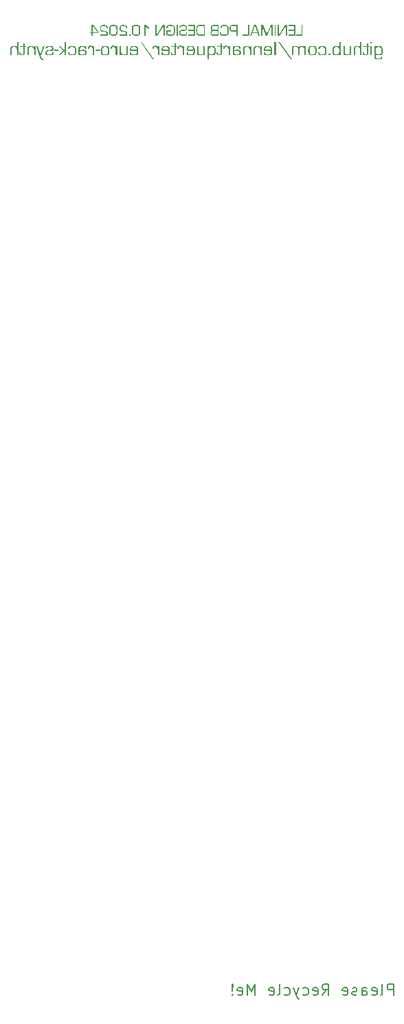
<source format=gbo>
G04 #@! TF.GenerationSoftware,KiCad,Pcbnew,8.0.5*
G04 #@! TF.CreationDate,2024-11-24T11:51:28+01:00*
G04 #@! TF.ProjectId,midi-2-cv-panel,6d696469-2d32-42d6-9376-2d70616e656c,rev?*
G04 #@! TF.SameCoordinates,Original*
G04 #@! TF.FileFunction,Legend,Bot*
G04 #@! TF.FilePolarity,Positive*
%FSLAX46Y46*%
G04 Gerber Fmt 4.6, Leading zero omitted, Abs format (unit mm)*
G04 Created by KiCad (PCBNEW 8.0.5) date 2024-11-24 11:51:28*
%MOMM*%
%LPD*%
G01*
G04 APERTURE LIST*
%ADD10C,0.150000*%
%ADD11C,6.200000*%
%ADD12O,7.000000X3.200000*%
%ADD13C,6.500000*%
%ADD14C,3.200000*%
%ADD15C,16.200000*%
G04 APERTURE END LIST*
D10*
X99567982Y-172820866D02*
X99567982Y-171420866D01*
X99567982Y-171420866D02*
X99034649Y-171420866D01*
X99034649Y-171420866D02*
X98901316Y-171487533D01*
X98901316Y-171487533D02*
X98834649Y-171554200D01*
X98834649Y-171554200D02*
X98767982Y-171687533D01*
X98767982Y-171687533D02*
X98767982Y-171887533D01*
X98767982Y-171887533D02*
X98834649Y-172020866D01*
X98834649Y-172020866D02*
X98901316Y-172087533D01*
X98901316Y-172087533D02*
X99034649Y-172154200D01*
X99034649Y-172154200D02*
X99567982Y-172154200D01*
X97967982Y-172820866D02*
X98101316Y-172754200D01*
X98101316Y-172754200D02*
X98167982Y-172620866D01*
X98167982Y-172620866D02*
X98167982Y-171420866D01*
X96901316Y-172754200D02*
X97034649Y-172820866D01*
X97034649Y-172820866D02*
X97301316Y-172820866D01*
X97301316Y-172820866D02*
X97434649Y-172754200D01*
X97434649Y-172754200D02*
X97501316Y-172620866D01*
X97501316Y-172620866D02*
X97501316Y-172087533D01*
X97501316Y-172087533D02*
X97434649Y-171954200D01*
X97434649Y-171954200D02*
X97301316Y-171887533D01*
X97301316Y-171887533D02*
X97034649Y-171887533D01*
X97034649Y-171887533D02*
X96901316Y-171954200D01*
X96901316Y-171954200D02*
X96834649Y-172087533D01*
X96834649Y-172087533D02*
X96834649Y-172220866D01*
X96834649Y-172220866D02*
X97501316Y-172354200D01*
X95634649Y-172820866D02*
X95634649Y-172087533D01*
X95634649Y-172087533D02*
X95701316Y-171954200D01*
X95701316Y-171954200D02*
X95834649Y-171887533D01*
X95834649Y-171887533D02*
X96101316Y-171887533D01*
X96101316Y-171887533D02*
X96234649Y-171954200D01*
X95634649Y-172754200D02*
X95767983Y-172820866D01*
X95767983Y-172820866D02*
X96101316Y-172820866D01*
X96101316Y-172820866D02*
X96234649Y-172754200D01*
X96234649Y-172754200D02*
X96301316Y-172620866D01*
X96301316Y-172620866D02*
X96301316Y-172487533D01*
X96301316Y-172487533D02*
X96234649Y-172354200D01*
X96234649Y-172354200D02*
X96101316Y-172287533D01*
X96101316Y-172287533D02*
X95767983Y-172287533D01*
X95767983Y-172287533D02*
X95634649Y-172220866D01*
X95034649Y-172754200D02*
X94901316Y-172820866D01*
X94901316Y-172820866D02*
X94634649Y-172820866D01*
X94634649Y-172820866D02*
X94501316Y-172754200D01*
X94501316Y-172754200D02*
X94434649Y-172620866D01*
X94434649Y-172620866D02*
X94434649Y-172554200D01*
X94434649Y-172554200D02*
X94501316Y-172420866D01*
X94501316Y-172420866D02*
X94634649Y-172354200D01*
X94634649Y-172354200D02*
X94834649Y-172354200D01*
X94834649Y-172354200D02*
X94967982Y-172287533D01*
X94967982Y-172287533D02*
X95034649Y-172154200D01*
X95034649Y-172154200D02*
X95034649Y-172087533D01*
X95034649Y-172087533D02*
X94967982Y-171954200D01*
X94967982Y-171954200D02*
X94834649Y-171887533D01*
X94834649Y-171887533D02*
X94634649Y-171887533D01*
X94634649Y-171887533D02*
X94501316Y-171954200D01*
X93301316Y-172754200D02*
X93434649Y-172820866D01*
X93434649Y-172820866D02*
X93701316Y-172820866D01*
X93701316Y-172820866D02*
X93834649Y-172754200D01*
X93834649Y-172754200D02*
X93901316Y-172620866D01*
X93901316Y-172620866D02*
X93901316Y-172087533D01*
X93901316Y-172087533D02*
X93834649Y-171954200D01*
X93834649Y-171954200D02*
X93701316Y-171887533D01*
X93701316Y-171887533D02*
X93434649Y-171887533D01*
X93434649Y-171887533D02*
X93301316Y-171954200D01*
X93301316Y-171954200D02*
X93234649Y-172087533D01*
X93234649Y-172087533D02*
X93234649Y-172220866D01*
X93234649Y-172220866D02*
X93901316Y-172354200D01*
X90767982Y-172820866D02*
X91234649Y-172154200D01*
X91567982Y-172820866D02*
X91567982Y-171420866D01*
X91567982Y-171420866D02*
X91034649Y-171420866D01*
X91034649Y-171420866D02*
X90901316Y-171487533D01*
X90901316Y-171487533D02*
X90834649Y-171554200D01*
X90834649Y-171554200D02*
X90767982Y-171687533D01*
X90767982Y-171687533D02*
X90767982Y-171887533D01*
X90767982Y-171887533D02*
X90834649Y-172020866D01*
X90834649Y-172020866D02*
X90901316Y-172087533D01*
X90901316Y-172087533D02*
X91034649Y-172154200D01*
X91034649Y-172154200D02*
X91567982Y-172154200D01*
X89634649Y-172754200D02*
X89767982Y-172820866D01*
X89767982Y-172820866D02*
X90034649Y-172820866D01*
X90034649Y-172820866D02*
X90167982Y-172754200D01*
X90167982Y-172754200D02*
X90234649Y-172620866D01*
X90234649Y-172620866D02*
X90234649Y-172087533D01*
X90234649Y-172087533D02*
X90167982Y-171954200D01*
X90167982Y-171954200D02*
X90034649Y-171887533D01*
X90034649Y-171887533D02*
X89767982Y-171887533D01*
X89767982Y-171887533D02*
X89634649Y-171954200D01*
X89634649Y-171954200D02*
X89567982Y-172087533D01*
X89567982Y-172087533D02*
X89567982Y-172220866D01*
X89567982Y-172220866D02*
X90234649Y-172354200D01*
X88367982Y-172754200D02*
X88501316Y-172820866D01*
X88501316Y-172820866D02*
X88767982Y-172820866D01*
X88767982Y-172820866D02*
X88901316Y-172754200D01*
X88901316Y-172754200D02*
X88967982Y-172687533D01*
X88967982Y-172687533D02*
X89034649Y-172554200D01*
X89034649Y-172554200D02*
X89034649Y-172154200D01*
X89034649Y-172154200D02*
X88967982Y-172020866D01*
X88967982Y-172020866D02*
X88901316Y-171954200D01*
X88901316Y-171954200D02*
X88767982Y-171887533D01*
X88767982Y-171887533D02*
X88501316Y-171887533D01*
X88501316Y-171887533D02*
X88367982Y-171954200D01*
X87901316Y-171887533D02*
X87567982Y-172820866D01*
X87234649Y-171887533D02*
X87567982Y-172820866D01*
X87567982Y-172820866D02*
X87701316Y-173154200D01*
X87701316Y-173154200D02*
X87767982Y-173220866D01*
X87767982Y-173220866D02*
X87901316Y-173287533D01*
X86101315Y-172754200D02*
X86234649Y-172820866D01*
X86234649Y-172820866D02*
X86501315Y-172820866D01*
X86501315Y-172820866D02*
X86634649Y-172754200D01*
X86634649Y-172754200D02*
X86701315Y-172687533D01*
X86701315Y-172687533D02*
X86767982Y-172554200D01*
X86767982Y-172554200D02*
X86767982Y-172154200D01*
X86767982Y-172154200D02*
X86701315Y-172020866D01*
X86701315Y-172020866D02*
X86634649Y-171954200D01*
X86634649Y-171954200D02*
X86501315Y-171887533D01*
X86501315Y-171887533D02*
X86234649Y-171887533D01*
X86234649Y-171887533D02*
X86101315Y-171954200D01*
X85301315Y-172820866D02*
X85434649Y-172754200D01*
X85434649Y-172754200D02*
X85501315Y-172620866D01*
X85501315Y-172620866D02*
X85501315Y-171420866D01*
X84234649Y-172754200D02*
X84367982Y-172820866D01*
X84367982Y-172820866D02*
X84634649Y-172820866D01*
X84634649Y-172820866D02*
X84767982Y-172754200D01*
X84767982Y-172754200D02*
X84834649Y-172620866D01*
X84834649Y-172620866D02*
X84834649Y-172087533D01*
X84834649Y-172087533D02*
X84767982Y-171954200D01*
X84767982Y-171954200D02*
X84634649Y-171887533D01*
X84634649Y-171887533D02*
X84367982Y-171887533D01*
X84367982Y-171887533D02*
X84234649Y-171954200D01*
X84234649Y-171954200D02*
X84167982Y-172087533D01*
X84167982Y-172087533D02*
X84167982Y-172220866D01*
X84167982Y-172220866D02*
X84834649Y-172354200D01*
X82501315Y-172820866D02*
X82501315Y-171420866D01*
X82501315Y-171420866D02*
X82034649Y-172420866D01*
X82034649Y-172420866D02*
X81567982Y-171420866D01*
X81567982Y-171420866D02*
X81567982Y-172820866D01*
X80367982Y-172754200D02*
X80501315Y-172820866D01*
X80501315Y-172820866D02*
X80767982Y-172820866D01*
X80767982Y-172820866D02*
X80901315Y-172754200D01*
X80901315Y-172754200D02*
X80967982Y-172620866D01*
X80967982Y-172620866D02*
X80967982Y-172087533D01*
X80967982Y-172087533D02*
X80901315Y-171954200D01*
X80901315Y-171954200D02*
X80767982Y-171887533D01*
X80767982Y-171887533D02*
X80501315Y-171887533D01*
X80501315Y-171887533D02*
X80367982Y-171954200D01*
X80367982Y-171954200D02*
X80301315Y-172087533D01*
X80301315Y-172087533D02*
X80301315Y-172220866D01*
X80301315Y-172220866D02*
X80967982Y-172354200D01*
X79701315Y-172687533D02*
X79634649Y-172754200D01*
X79634649Y-172754200D02*
X79701315Y-172820866D01*
X79701315Y-172820866D02*
X79767982Y-172754200D01*
X79767982Y-172754200D02*
X79701315Y-172687533D01*
X79701315Y-172687533D02*
X79701315Y-172820866D01*
X79701315Y-172287533D02*
X79767982Y-171487533D01*
X79767982Y-171487533D02*
X79701315Y-171420866D01*
X79701315Y-171420866D02*
X79634649Y-171487533D01*
X79634649Y-171487533D02*
X79701315Y-172287533D01*
X79701315Y-172287533D02*
X79701315Y-171420866D01*
G36*
X97360229Y-56171843D02*
G01*
X97364186Y-56173162D01*
X97396864Y-56126807D01*
X97469645Y-56068981D01*
X97554019Y-56034882D01*
X97641712Y-56017912D01*
X97743592Y-56012255D01*
X97777099Y-56012750D01*
X97869521Y-56020168D01*
X97961992Y-56040076D01*
X98047426Y-56077665D01*
X98117724Y-56138870D01*
X98123918Y-56146997D01*
X98166391Y-56227341D01*
X98193231Y-56320001D01*
X98208569Y-56416034D01*
X98215943Y-56507774D01*
X98218400Y-56610161D01*
X98215985Y-56709108D01*
X98208740Y-56797943D01*
X98193671Y-56891199D01*
X98167299Y-56981597D01*
X98119482Y-57068703D01*
X98106480Y-57083876D01*
X98032203Y-57140039D01*
X97944516Y-57173321D01*
X97851065Y-57189595D01*
X97758540Y-57194000D01*
X97719629Y-57193424D01*
X97614724Y-57184795D01*
X97514760Y-57161639D01*
X97430089Y-57117915D01*
X97372539Y-57046721D01*
X97369022Y-57048040D01*
X97369022Y-57285884D01*
X97370685Y-57334098D01*
X97388254Y-57428441D01*
X97437165Y-57503944D01*
X97521315Y-57542111D01*
X97611921Y-57556288D01*
X97702706Y-57559778D01*
X97769378Y-57558294D01*
X97859547Y-57549226D01*
X97949343Y-57517572D01*
X97959399Y-57508793D01*
X97997703Y-57426348D01*
X98005616Y-57334683D01*
X98172678Y-57334683D01*
X98171832Y-57373151D01*
X98161301Y-57464169D01*
X98131214Y-57554295D01*
X98076398Y-57623085D01*
X98070189Y-57627846D01*
X97990058Y-57667138D01*
X97902337Y-57687691D01*
X97808360Y-57697741D01*
X97715016Y-57700461D01*
X97678646Y-57700101D01*
X97578234Y-57694691D01*
X97477573Y-57680175D01*
X97384274Y-57652767D01*
X97307033Y-57608138D01*
X97258370Y-57552606D01*
X97220244Y-57467208D01*
X97201127Y-57370920D01*
X97195805Y-57270936D01*
X97195805Y-56574551D01*
X97373858Y-56574551D01*
X97376161Y-56677467D01*
X97384669Y-56779721D01*
X97402069Y-56873088D01*
X97439363Y-56960552D01*
X97448103Y-56971785D01*
X97523693Y-57023965D01*
X97617004Y-57047518D01*
X97711499Y-57053316D01*
X97724108Y-57053233D01*
X97814907Y-57046639D01*
X97903212Y-57023558D01*
X97976160Y-56968905D01*
X98010702Y-56887340D01*
X98026817Y-56798458D01*
X98034697Y-56700265D01*
X98036830Y-56600929D01*
X98035349Y-56517842D01*
X98028299Y-56417786D01*
X98013131Y-56326671D01*
X97976160Y-56236470D01*
X97972229Y-56231331D01*
X97895642Y-56179369D01*
X97804537Y-56158159D01*
X97711499Y-56152939D01*
X97698722Y-56153018D01*
X97606433Y-56159372D01*
X97515878Y-56181612D01*
X97439363Y-56234272D01*
X97404819Y-56302450D01*
X97384669Y-56393470D01*
X97376161Y-56483690D01*
X97373858Y-56574551D01*
X97195805Y-56574551D01*
X97195805Y-56012255D01*
X97369022Y-56012255D01*
X97360229Y-56171843D01*
G37*
G36*
X96726272Y-55505793D02*
G01*
X96726272Y-55702750D01*
X96899489Y-55702750D01*
X96899489Y-55505793D01*
X96726272Y-55505793D01*
G37*
G36*
X96726272Y-56012255D02*
G01*
X96726272Y-57194000D01*
X96899489Y-57194000D01*
X96899489Y-56012255D01*
X96726272Y-56012255D01*
G37*
G36*
X95799517Y-56012255D02*
G01*
X95799517Y-56152939D01*
X96254541Y-56152939D01*
X96254541Y-56876581D01*
X96238141Y-56969781D01*
X96175163Y-57036056D01*
X96086600Y-57053316D01*
X95998501Y-57037988D01*
X95932753Y-56972235D01*
X95919538Y-56896365D01*
X95918219Y-56837893D01*
X95915581Y-56771948D01*
X95755114Y-56771948D01*
X95753795Y-56856798D01*
X95761888Y-56953941D01*
X95792965Y-57048779D01*
X95847349Y-57119907D01*
X95925041Y-57167326D01*
X96026041Y-57191036D01*
X96085281Y-57194000D01*
X96183944Y-57187270D01*
X96280266Y-57161427D01*
X96362206Y-57106781D01*
X96411370Y-57025755D01*
X96427424Y-56935306D01*
X96427758Y-56918347D01*
X96427758Y-56876581D01*
X96427758Y-56152939D01*
X96590864Y-56152939D01*
X96590864Y-56012255D01*
X96427758Y-56012255D01*
X96427758Y-55730887D01*
X96254541Y-55730887D01*
X96254541Y-56012255D01*
X95799517Y-56012255D01*
G37*
G36*
X95433739Y-55505793D02*
G01*
X95433739Y-56158214D01*
X95430222Y-56160852D01*
X95374770Y-56089021D01*
X95294240Y-56044906D01*
X95199660Y-56021542D01*
X95100674Y-56012835D01*
X95064004Y-56012255D01*
X94959728Y-56018169D01*
X94869355Y-56035913D01*
X94775940Y-56074727D01*
X94704250Y-56132023D01*
X94654285Y-56207803D01*
X94626043Y-56302065D01*
X94619091Y-56390782D01*
X94619091Y-56439143D01*
X94619091Y-57194000D01*
X94792308Y-57194000D01*
X94792308Y-56439143D01*
X94792308Y-56405730D01*
X94805373Y-56307230D01*
X94852297Y-56224283D01*
X94933348Y-56172935D01*
X95032263Y-56153926D01*
X95065323Y-56152939D01*
X95154702Y-56156557D01*
X95249091Y-56171843D01*
X95333098Y-56206772D01*
X95359880Y-56228556D01*
X95404888Y-56306290D01*
X95425011Y-56392179D01*
X95433090Y-56488377D01*
X95433739Y-56529268D01*
X95433739Y-57194000D01*
X95606956Y-57194000D01*
X95606956Y-55505793D01*
X95433739Y-55505793D01*
G37*
G36*
X93348100Y-56012255D02*
G01*
X93348100Y-57194000D01*
X93521317Y-57194000D01*
X93509008Y-57039687D01*
X93512525Y-57035730D01*
X93570447Y-57104973D01*
X93654088Y-57154432D01*
X93748371Y-57181480D01*
X93844858Y-57192608D01*
X93898526Y-57194000D01*
X93995590Y-57187817D01*
X94098720Y-57162701D01*
X94181628Y-57118265D01*
X94244315Y-57054509D01*
X94286781Y-56971433D01*
X94309024Y-56869037D01*
X94312664Y-56798326D01*
X94312664Y-56012255D01*
X94139447Y-56012255D01*
X94139447Y-56798326D01*
X94133161Y-56891008D01*
X94104329Y-56979050D01*
X94086251Y-57001878D01*
X94000820Y-57042013D01*
X93905704Y-57052864D01*
X93877424Y-57053316D01*
X93783424Y-57048452D01*
X93696789Y-57031354D01*
X93612760Y-56989406D01*
X93597375Y-56975500D01*
X93551027Y-56898838D01*
X93528745Y-56806995D01*
X93521615Y-56715221D01*
X93521317Y-56689736D01*
X93521317Y-56012255D01*
X93348100Y-56012255D01*
G37*
G36*
X93034199Y-57194000D02*
G01*
X92860982Y-57194000D01*
X92869775Y-57048040D01*
X92864939Y-57046721D01*
X92845915Y-57073041D01*
X92779242Y-57130572D01*
X92689377Y-57169693D01*
X92591722Y-57188822D01*
X92493885Y-57194000D01*
X92460365Y-57193510D01*
X92367737Y-57186168D01*
X92274713Y-57166469D01*
X92188235Y-57129271D01*
X92116237Y-57068703D01*
X92070460Y-56993360D01*
X92041134Y-56906969D01*
X92023967Y-56817716D01*
X92014158Y-56714428D01*
X92011604Y-56617635D01*
X92011638Y-56610161D01*
X92193613Y-56610161D01*
X92195105Y-56689925D01*
X92202207Y-56786628D01*
X92219931Y-56885303D01*
X92254723Y-56966707D01*
X92318731Y-57019484D01*
X92409340Y-57046465D01*
X92506195Y-57053316D01*
X92520105Y-57053233D01*
X92619944Y-57046604D01*
X92716149Y-57023403D01*
X92793718Y-56968466D01*
X92811703Y-56936328D01*
X92836394Y-56850837D01*
X92848770Y-56759772D01*
X92854622Y-56664605D01*
X92856146Y-56573232D01*
X92855068Y-56512974D01*
X92847990Y-56420085D01*
X92829184Y-56324150D01*
X92787123Y-56237349D01*
X92777915Y-56227128D01*
X92700594Y-56179647D01*
X92607257Y-56158214D01*
X92513669Y-56152939D01*
X92501384Y-56153024D01*
X92412811Y-56159824D01*
X92326361Y-56183627D01*
X92254283Y-56239987D01*
X92219742Y-56322804D01*
X92203626Y-56412270D01*
X92195746Y-56510748D01*
X92193613Y-56610161D01*
X92011638Y-56610161D01*
X92011700Y-56596383D01*
X92015081Y-56496342D01*
X92023292Y-56406669D01*
X92039521Y-56312748D01*
X92067245Y-56222044D01*
X92110522Y-56143267D01*
X92123515Y-56127402D01*
X92197542Y-56068677D01*
X92284714Y-56033877D01*
X92377488Y-56016861D01*
X92469266Y-56012255D01*
X92528556Y-56013615D01*
X92632925Y-56024496D01*
X92718346Y-56046258D01*
X92802763Y-56092200D01*
X92857465Y-56167007D01*
X92860982Y-56163050D01*
X92860982Y-55505793D01*
X93034199Y-55505793D01*
X93034199Y-57194000D01*
G37*
G36*
X91556579Y-56968905D02*
G01*
X91556579Y-57194000D01*
X91746942Y-57194000D01*
X91746942Y-56968905D01*
X91556579Y-56968905D01*
G37*
G36*
X90442099Y-56771948D02*
G01*
X90268882Y-56771948D01*
X90268003Y-56833057D01*
X90280142Y-56937040D01*
X90316560Y-57023398D01*
X90377257Y-57092132D01*
X90462233Y-57143242D01*
X90547694Y-57171441D01*
X90648694Y-57188360D01*
X90765232Y-57194000D01*
X90859568Y-57191155D01*
X90958857Y-57180233D01*
X91055511Y-57157137D01*
X91140677Y-57117089D01*
X91186844Y-57077496D01*
X91236361Y-56992383D01*
X91263671Y-56899113D01*
X91279276Y-56800313D01*
X91286779Y-56704686D01*
X91289280Y-56596972D01*
X91286736Y-56495843D01*
X91279105Y-56405404D01*
X91263231Y-56310988D01*
X91235453Y-56220293D01*
X91191496Y-56142299D01*
X91185086Y-56134474D01*
X91111310Y-56075393D01*
X91020683Y-56039110D01*
X90922045Y-56019894D01*
X90823132Y-56012732D01*
X90787214Y-56012255D01*
X90685509Y-56015176D01*
X90596693Y-56023940D01*
X90509367Y-56041548D01*
X90422872Y-56075872D01*
X90393739Y-56095346D01*
X90333917Y-56169365D01*
X90303442Y-56255505D01*
X90290307Y-56351401D01*
X90288666Y-56406170D01*
X90461883Y-56406170D01*
X90461883Y-56375835D01*
X90471465Y-56288148D01*
X90514055Y-56210277D01*
X90530026Y-56197782D01*
X90615186Y-56167127D01*
X90707750Y-56155741D01*
X90800843Y-56152939D01*
X90889732Y-56158187D01*
X90976346Y-56179508D01*
X91048250Y-56231743D01*
X91051876Y-56236909D01*
X91083414Y-56319013D01*
X91098128Y-56409723D01*
X91105323Y-56510506D01*
X91107270Y-56612799D01*
X91105029Y-56712351D01*
X91096749Y-56810094D01*
X91079816Y-56897533D01*
X91043523Y-56975500D01*
X90963721Y-57025883D01*
X90875660Y-57045716D01*
X90774846Y-57053012D01*
X90746328Y-57053316D01*
X90656450Y-57050238D01*
X90562388Y-57035957D01*
X90495295Y-57004076D01*
X90455398Y-56921424D01*
X90443398Y-56825838D01*
X90442099Y-56771948D01*
G37*
G36*
X89604913Y-56013229D02*
G01*
X89711301Y-56021018D01*
X89801585Y-56036598D01*
X89896911Y-56069488D01*
X89969929Y-56123043D01*
X89981747Y-56137850D01*
X90021397Y-56217342D01*
X90046083Y-56313495D01*
X90059808Y-56415669D01*
X90066003Y-56514746D01*
X90067528Y-56603127D01*
X90065145Y-56712347D01*
X90057997Y-56808924D01*
X90043128Y-56908125D01*
X90017108Y-57000849D01*
X89969929Y-57083651D01*
X89925276Y-57121152D01*
X89840687Y-57159084D01*
X89743185Y-57180960D01*
X89642165Y-57191305D01*
X89545679Y-57194000D01*
X89467286Y-57192275D01*
X89379419Y-57185271D01*
X89288826Y-57169753D01*
X89193232Y-57136993D01*
X89120110Y-57083651D01*
X89108291Y-57068791D01*
X89068642Y-56989120D01*
X89043956Y-56892856D01*
X89030231Y-56790620D01*
X89024036Y-56691515D01*
X89022511Y-56603127D01*
X89204521Y-56603127D01*
X89206453Y-56709367D01*
X89212249Y-56799253D01*
X89225987Y-56893666D01*
X89259475Y-56980775D01*
X89275968Y-56997777D01*
X89358503Y-57035181D01*
X89452943Y-57049844D01*
X89545679Y-57053316D01*
X89559906Y-57053245D01*
X89661386Y-57047578D01*
X89749343Y-57030363D01*
X89831003Y-56980775D01*
X89843883Y-56959007D01*
X89868570Y-56872788D01*
X89879464Y-56785408D01*
X89884616Y-56692796D01*
X89885958Y-56603127D01*
X89884026Y-56496888D01*
X89878230Y-56407001D01*
X89864491Y-56312589D01*
X89831003Y-56225479D01*
X89814524Y-56208477D01*
X89732195Y-56171074D01*
X89638072Y-56156410D01*
X89545679Y-56152939D01*
X89517461Y-56153222D01*
X89429546Y-56158677D01*
X89341304Y-56175891D01*
X89259475Y-56225479D01*
X89246595Y-56247248D01*
X89221908Y-56333466D01*
X89211014Y-56420847D01*
X89205862Y-56513459D01*
X89204521Y-56603127D01*
X89022511Y-56603127D01*
X89024894Y-56493918D01*
X89032042Y-56397374D01*
X89046911Y-56298239D01*
X89072931Y-56205633D01*
X89120110Y-56123043D01*
X89164809Y-56085393D01*
X89249604Y-56047309D01*
X89347421Y-56025346D01*
X89448813Y-56014960D01*
X89545679Y-56012255D01*
X89604913Y-56013229D01*
G37*
G36*
X88759168Y-56012255D02*
G01*
X88585951Y-56012255D01*
X88589908Y-56190308D01*
X88585951Y-56193825D01*
X88533241Y-56123077D01*
X88462817Y-56069705D01*
X88374679Y-56033710D01*
X88285034Y-56016688D01*
X88200389Y-56012255D01*
X88112191Y-56016688D01*
X88021599Y-56033710D01*
X87936926Y-56069705D01*
X87867876Y-56132120D01*
X87835490Y-56193825D01*
X87830654Y-56193825D01*
X87773178Y-56123077D01*
X87698071Y-56069705D01*
X87605336Y-56033710D01*
X87511817Y-56016688D01*
X87423990Y-56012255D01*
X87325999Y-56018650D01*
X87221884Y-56044631D01*
X87138183Y-56090598D01*
X87074897Y-56156550D01*
X87032026Y-56242487D01*
X87009570Y-56348410D01*
X87005895Y-56421557D01*
X87005895Y-57194000D01*
X87179112Y-57194000D01*
X87179112Y-56405290D01*
X87185710Y-56315258D01*
X87215971Y-56228653D01*
X87234946Y-56205695D01*
X87315070Y-56166128D01*
X87407621Y-56153763D01*
X87444653Y-56152939D01*
X87539038Y-56157582D01*
X87625448Y-56173908D01*
X87708097Y-56213959D01*
X87722943Y-56227237D01*
X87770195Y-56309808D01*
X87790150Y-56403540D01*
X87795852Y-56497443D01*
X87795923Y-56510364D01*
X87795923Y-57194000D01*
X87969140Y-57194000D01*
X87969140Y-56421557D01*
X87971338Y-56367042D01*
X87987660Y-56273372D01*
X88045040Y-56199983D01*
X88130728Y-56163184D01*
X88232483Y-56152939D01*
X88334312Y-56161966D01*
X88418882Y-56189046D01*
X88497584Y-56245372D01*
X88551433Y-56327696D01*
X88577321Y-56416158D01*
X88585951Y-56522674D01*
X88585951Y-57194000D01*
X88759168Y-57194000D01*
X88759168Y-56012255D01*
G37*
G36*
X85373083Y-55505793D02*
G01*
X86856858Y-57700461D01*
X86999301Y-57700461D01*
X85514206Y-55505793D01*
X85373083Y-55505793D01*
G37*
G36*
X84878931Y-55505793D02*
G01*
X84878931Y-57194000D01*
X85052148Y-57194000D01*
X85052148Y-55505793D01*
X84878931Y-55505793D01*
G37*
G36*
X84144411Y-56012715D02*
G01*
X84245029Y-56019619D01*
X84344992Y-56038144D01*
X84436258Y-56073122D01*
X84509636Y-56130078D01*
X84559153Y-56214015D01*
X84586462Y-56304064D01*
X84602068Y-56398495D01*
X84609570Y-56489348D01*
X84612071Y-56591257D01*
X84609581Y-56700986D01*
X84602111Y-56798264D01*
X84586572Y-56898563D01*
X84559380Y-56992919D01*
X84510075Y-57078375D01*
X84463929Y-57117669D01*
X84377829Y-57157415D01*
X84279455Y-57180337D01*
X84178023Y-57191177D01*
X84081429Y-57194000D01*
X84064063Y-57193930D01*
X83966794Y-57190570D01*
X83868315Y-57180283D01*
X83775552Y-57160129D01*
X83689273Y-57122339D01*
X83675697Y-57112905D01*
X83616688Y-57045980D01*
X83586033Y-56963050D01*
X83577165Y-56870427D01*
X83578484Y-56828221D01*
X83755218Y-56828221D01*
X83755218Y-56866470D01*
X83763997Y-56942410D01*
X83817647Y-57018145D01*
X83900293Y-57042187D01*
X83993639Y-57051117D01*
X84088903Y-57053316D01*
X84102513Y-57053243D01*
X84200140Y-57047404D01*
X84294043Y-57026967D01*
X84369391Y-56978577D01*
X84400922Y-56912546D01*
X84419314Y-56820080D01*
X84427080Y-56726524D01*
X84429182Y-56631264D01*
X83578484Y-56631264D01*
X83578484Y-56541578D01*
X83579253Y-56490580D01*
X83755218Y-56490580D01*
X84426544Y-56490580D01*
X84422642Y-56393942D01*
X84406791Y-56299343D01*
X84364116Y-56215807D01*
X84360070Y-56211939D01*
X84281217Y-56172831D01*
X84187382Y-56156868D01*
X84091541Y-56152939D01*
X83996249Y-56156291D01*
X83902792Y-56169909D01*
X83819845Y-56206575D01*
X83783802Y-56258203D01*
X83761545Y-56348177D01*
X83756537Y-56438703D01*
X83755218Y-56490580D01*
X83579253Y-56490580D01*
X83579377Y-56482388D01*
X83586517Y-56375855D01*
X83600799Y-56285118D01*
X83630948Y-56188707D01*
X83680040Y-56113811D01*
X83725888Y-56079298D01*
X83811686Y-56044388D01*
X83909885Y-56024255D01*
X84011235Y-56014734D01*
X84107807Y-56012255D01*
X84144411Y-56012715D01*
G37*
G36*
X83311185Y-56012255D02*
G01*
X83144123Y-56012255D01*
X83149398Y-56173162D01*
X83144123Y-56176679D01*
X83089883Y-56104744D01*
X83006296Y-56053361D01*
X82909086Y-56025261D01*
X82807880Y-56013700D01*
X82751087Y-56012255D01*
X82661875Y-56015269D01*
X82572328Y-56026404D01*
X82480195Y-56052775D01*
X82408170Y-56097984D01*
X82357109Y-56175115D01*
X82331096Y-56265733D01*
X82320674Y-56353333D01*
X82318484Y-56425074D01*
X82318484Y-57194000D01*
X82491262Y-57194000D01*
X82491262Y-56440022D01*
X82491262Y-56395618D01*
X82499422Y-56301296D01*
X82535692Y-56216501D01*
X82549294Y-56202618D01*
X82634254Y-56165359D01*
X82723904Y-56154152D01*
X82773069Y-56152939D01*
X82878191Y-56161000D01*
X82965496Y-56185182D01*
X83046743Y-56235481D01*
X83102333Y-56308995D01*
X83132266Y-56405723D01*
X83137968Y-56483106D01*
X83137968Y-57194000D01*
X83311185Y-57194000D01*
X83311185Y-56012255D01*
G37*
G36*
X82011618Y-56012255D02*
G01*
X81844555Y-56012255D01*
X81849831Y-56173162D01*
X81844555Y-56176679D01*
X81790315Y-56104744D01*
X81706729Y-56053361D01*
X81609519Y-56025261D01*
X81508313Y-56013700D01*
X81451520Y-56012255D01*
X81362308Y-56015269D01*
X81272761Y-56026404D01*
X81180628Y-56052775D01*
X81108603Y-56097984D01*
X81057541Y-56175115D01*
X81031529Y-56265733D01*
X81021106Y-56353333D01*
X81018917Y-56425074D01*
X81018917Y-57194000D01*
X81191694Y-57194000D01*
X81191694Y-56440022D01*
X81191694Y-56395618D01*
X81199855Y-56301296D01*
X81236125Y-56216501D01*
X81249726Y-56202618D01*
X81334686Y-56165359D01*
X81424337Y-56154152D01*
X81473502Y-56152939D01*
X81578624Y-56161000D01*
X81665929Y-56185182D01*
X81747176Y-56235481D01*
X81802766Y-56308995D01*
X81832699Y-56405723D01*
X81838400Y-56483106D01*
X81838400Y-57194000D01*
X82011618Y-57194000D01*
X82011618Y-56012255D01*
G37*
G36*
X80340342Y-56014681D02*
G01*
X80436083Y-56023646D01*
X80524636Y-56041981D01*
X80610054Y-56081278D01*
X80621341Y-56090364D01*
X80673767Y-56166449D01*
X80697432Y-56258094D01*
X80703257Y-56349896D01*
X80531359Y-56349896D01*
X80532678Y-56317803D01*
X80529877Y-56288340D01*
X80480074Y-56211060D01*
X80395410Y-56172420D01*
X80305765Y-56156964D01*
X80213941Y-56152939D01*
X80148047Y-56154933D01*
X80051488Y-56168945D01*
X79970382Y-56209652D01*
X79936359Y-56271167D01*
X79918965Y-56360902D01*
X79914548Y-56458047D01*
X79914548Y-56600050D01*
X79918066Y-56601369D01*
X79943534Y-56569452D01*
X80020103Y-56525634D01*
X80106969Y-56503671D01*
X80200447Y-56493285D01*
X80291757Y-56490580D01*
X80307976Y-56490656D01*
X80398651Y-56494304D01*
X80490061Y-56505475D01*
X80575570Y-56527360D01*
X80654018Y-56568396D01*
X80677511Y-56589828D01*
X80725966Y-56669169D01*
X80747990Y-56756341D01*
X80754255Y-56850643D01*
X80750318Y-56912004D01*
X80726256Y-57000861D01*
X80668507Y-57085359D01*
X80596321Y-57137332D01*
X80502261Y-57172540D01*
X80411263Y-57188635D01*
X80306265Y-57194000D01*
X80269198Y-57193501D01*
X80167560Y-57186031D01*
X80067109Y-57165986D01*
X79976214Y-57128136D01*
X79904437Y-57066505D01*
X79900920Y-57067824D01*
X79914548Y-57194000D01*
X79741331Y-57194000D01*
X79741331Y-56848445D01*
X79905756Y-56848445D01*
X79923280Y-56928272D01*
X79986223Y-56995496D01*
X80078851Y-57033309D01*
X80166471Y-57048314D01*
X80271973Y-57053316D01*
X80335765Y-57051816D01*
X80430398Y-57041280D01*
X80512895Y-57010671D01*
X80516546Y-57007918D01*
X80562450Y-56928567D01*
X80572246Y-56836135D01*
X80562378Y-56747202D01*
X80512455Y-56669952D01*
X80433162Y-56643505D01*
X80343964Y-56633682D01*
X80253069Y-56631264D01*
X80158822Y-56634039D01*
X80064660Y-56645313D01*
X79976977Y-56675667D01*
X79968352Y-56681546D01*
X79917510Y-56757999D01*
X79905756Y-56848445D01*
X79741331Y-56848445D01*
X79741331Y-56419799D01*
X79742953Y-56362728D01*
X79755922Y-56262931D01*
X79786015Y-56173518D01*
X79845086Y-56097105D01*
X79874026Y-56077218D01*
X79961094Y-56042168D01*
X80049826Y-56024187D01*
X80140517Y-56015238D01*
X80244716Y-56012255D01*
X80340342Y-56014681D01*
G37*
G36*
X79411164Y-56012255D02*
G01*
X79237947Y-56012255D01*
X79255093Y-56149422D01*
X79251576Y-56152939D01*
X79191977Y-56079080D01*
X79115618Y-56026323D01*
X79022497Y-55994669D01*
X78927267Y-55984283D01*
X78912615Y-55984118D01*
X78818639Y-55992415D01*
X78726892Y-56024275D01*
X78658082Y-56080030D01*
X78612208Y-56159680D01*
X78589272Y-56263225D01*
X78586405Y-56323958D01*
X78587724Y-56406170D01*
X78758303Y-56406170D01*
X78754786Y-56375835D01*
X78750829Y-56311208D01*
X78766478Y-56221100D01*
X78828109Y-56151015D01*
X78913310Y-56126440D01*
X78948666Y-56124802D01*
X79046976Y-56137600D01*
X79135964Y-56184879D01*
X79197267Y-56266997D01*
X79227777Y-56365112D01*
X79237664Y-56466426D01*
X79237947Y-56488822D01*
X79237947Y-57194000D01*
X79411164Y-57194000D01*
X79411164Y-56012255D01*
G37*
G36*
X77797256Y-56012255D02*
G01*
X77797256Y-56152939D01*
X78252280Y-56152939D01*
X78252280Y-56876581D01*
X78235880Y-56969781D01*
X78172902Y-57036056D01*
X78084339Y-57053316D01*
X77996240Y-57037988D01*
X77930492Y-56972235D01*
X77917277Y-56896365D01*
X77915958Y-56837893D01*
X77913320Y-56771948D01*
X77752853Y-56771948D01*
X77751534Y-56856798D01*
X77759627Y-56953941D01*
X77790704Y-57048779D01*
X77845088Y-57119907D01*
X77922780Y-57167326D01*
X78023780Y-57191036D01*
X78083020Y-57194000D01*
X78181683Y-57187270D01*
X78278005Y-57161427D01*
X78359945Y-57106781D01*
X78409109Y-57025755D01*
X78425163Y-56935306D01*
X78425497Y-56918347D01*
X78425497Y-56876581D01*
X78425497Y-56152939D01*
X78588603Y-56152939D01*
X78588603Y-56012255D01*
X78425497Y-56012255D01*
X78425497Y-55730887D01*
X78252280Y-55730887D01*
X78252280Y-56012255D01*
X77797256Y-56012255D01*
G37*
G36*
X76781255Y-56158214D02*
G01*
X76784772Y-56162171D01*
X76819951Y-56118982D01*
X76895706Y-56065106D01*
X76981647Y-56033337D01*
X77069911Y-56017525D01*
X77171652Y-56012255D01*
X77203991Y-56012758D01*
X77293404Y-56020306D01*
X77383303Y-56040559D01*
X77467033Y-56078800D01*
X77536991Y-56141069D01*
X77543212Y-56149291D01*
X77585870Y-56229415D01*
X77612828Y-56320441D01*
X77628233Y-56414001D01*
X77635639Y-56502924D01*
X77638107Y-56601808D01*
X77635660Y-56700851D01*
X77626263Y-56806611D01*
X77609818Y-56898090D01*
X77581724Y-56986766D01*
X77537870Y-57064307D01*
X77524733Y-57080012D01*
X77450567Y-57138145D01*
X77363972Y-57172595D01*
X77272243Y-57189440D01*
X77181764Y-57194000D01*
X77143875Y-57193424D01*
X77041108Y-57184795D01*
X76941881Y-57161639D01*
X76855732Y-57117915D01*
X76793564Y-57046721D01*
X76790047Y-57050678D01*
X76790047Y-57700461D01*
X76616830Y-57700461D01*
X76616830Y-56630824D01*
X76794883Y-56630824D01*
X76795969Y-56691103D01*
X76803091Y-56784127D01*
X76822017Y-56880421D01*
X76864346Y-56968026D01*
X76873493Y-56978354D01*
X76950154Y-57026329D01*
X77042564Y-57047985D01*
X77135163Y-57053316D01*
X77147395Y-57053234D01*
X77235700Y-57046743D01*
X77322202Y-57024023D01*
X77394988Y-56970224D01*
X77427446Y-56899985D01*
X77446379Y-56805936D01*
X77454373Y-56712590D01*
X77456537Y-56618515D01*
X77454435Y-56518246D01*
X77446669Y-56418692D01*
X77430788Y-56327893D01*
X77396747Y-56243064D01*
X77333089Y-56188144D01*
X77242258Y-56160068D01*
X77144835Y-56152939D01*
X77117647Y-56153279D01*
X77021298Y-56161440D01*
X76928760Y-56186942D01*
X76858631Y-56239987D01*
X76840266Y-56272365D01*
X76815053Y-56357423D01*
X76802416Y-56447382D01*
X76796440Y-56541066D01*
X76794883Y-56630824D01*
X76616830Y-56630824D01*
X76616830Y-56012255D01*
X76790047Y-56012255D01*
X76781255Y-56158214D01*
G37*
G36*
X75356391Y-56012255D02*
G01*
X75356391Y-57194000D01*
X75529608Y-57194000D01*
X75517298Y-57039687D01*
X75520815Y-57035730D01*
X75578737Y-57104973D01*
X75662378Y-57154432D01*
X75756661Y-57181480D01*
X75853148Y-57192608D01*
X75906816Y-57194000D01*
X76003880Y-57187817D01*
X76107010Y-57162701D01*
X76189919Y-57118265D01*
X76252606Y-57054509D01*
X76295071Y-56971433D01*
X76317315Y-56869037D01*
X76320955Y-56798326D01*
X76320955Y-56012255D01*
X76147738Y-56012255D01*
X76147738Y-56798326D01*
X76141452Y-56891008D01*
X76112620Y-56979050D01*
X76094541Y-57001878D01*
X76009111Y-57042013D01*
X75913994Y-57052864D01*
X75885714Y-57053316D01*
X75791714Y-57048452D01*
X75705079Y-57031354D01*
X75621050Y-56989406D01*
X75605665Y-56975500D01*
X75559318Y-56898838D01*
X75537035Y-56806995D01*
X75529905Y-56715221D01*
X75529608Y-56689736D01*
X75529608Y-56012255D01*
X75356391Y-56012255D01*
G37*
G36*
X74609561Y-56012715D02*
G01*
X74710179Y-56019619D01*
X74810142Y-56038144D01*
X74901408Y-56073122D01*
X74974786Y-56130078D01*
X75024303Y-56214015D01*
X75051612Y-56304064D01*
X75067218Y-56398495D01*
X75074720Y-56489348D01*
X75077221Y-56591257D01*
X75074731Y-56700986D01*
X75067261Y-56798264D01*
X75051722Y-56898563D01*
X75024530Y-56992919D01*
X74975225Y-57078375D01*
X74929079Y-57117669D01*
X74842979Y-57157415D01*
X74744605Y-57180337D01*
X74643173Y-57191177D01*
X74546579Y-57194000D01*
X74529213Y-57193930D01*
X74431944Y-57190570D01*
X74333465Y-57180283D01*
X74240702Y-57160129D01*
X74154423Y-57122339D01*
X74140847Y-57112905D01*
X74081838Y-57045980D01*
X74051183Y-56963050D01*
X74042315Y-56870427D01*
X74043634Y-56828221D01*
X74220368Y-56828221D01*
X74220368Y-56866470D01*
X74229147Y-56942410D01*
X74282797Y-57018145D01*
X74365443Y-57042187D01*
X74458789Y-57051117D01*
X74554053Y-57053316D01*
X74567663Y-57053243D01*
X74665290Y-57047404D01*
X74759193Y-57026967D01*
X74834541Y-56978577D01*
X74866072Y-56912546D01*
X74884464Y-56820080D01*
X74892230Y-56726524D01*
X74894332Y-56631264D01*
X74043634Y-56631264D01*
X74043634Y-56541578D01*
X74044403Y-56490580D01*
X74220368Y-56490580D01*
X74891694Y-56490580D01*
X74887792Y-56393942D01*
X74871942Y-56299343D01*
X74829266Y-56215807D01*
X74825220Y-56211939D01*
X74746367Y-56172831D01*
X74652532Y-56156868D01*
X74556691Y-56152939D01*
X74461399Y-56156291D01*
X74367942Y-56169909D01*
X74284995Y-56206575D01*
X74248952Y-56258203D01*
X74226695Y-56348177D01*
X74221687Y-56438703D01*
X74220368Y-56490580D01*
X74044403Y-56490580D01*
X74044527Y-56482388D01*
X74051668Y-56375855D01*
X74065949Y-56285118D01*
X74096098Y-56188707D01*
X74145190Y-56113811D01*
X74191038Y-56079298D01*
X74276836Y-56044388D01*
X74375035Y-56024255D01*
X74476385Y-56014734D01*
X74572957Y-56012255D01*
X74609561Y-56012715D01*
G37*
G36*
X73759189Y-56012255D02*
G01*
X73585972Y-56012255D01*
X73603118Y-56149422D01*
X73599601Y-56152939D01*
X73540002Y-56079080D01*
X73463643Y-56026323D01*
X73370522Y-55994669D01*
X73275292Y-55984283D01*
X73260641Y-55984118D01*
X73166664Y-55992415D01*
X73074917Y-56024275D01*
X73006107Y-56080030D01*
X72960234Y-56159680D01*
X72937297Y-56263225D01*
X72934430Y-56323958D01*
X72935749Y-56406170D01*
X73106328Y-56406170D01*
X73102811Y-56375835D01*
X73098854Y-56311208D01*
X73114503Y-56221100D01*
X73176134Y-56151015D01*
X73261335Y-56126440D01*
X73296691Y-56124802D01*
X73395001Y-56137600D01*
X73483989Y-56184879D01*
X73545292Y-56266997D01*
X73575802Y-56365112D01*
X73585690Y-56466426D01*
X73585972Y-56488822D01*
X73585972Y-57194000D01*
X73759189Y-57194000D01*
X73759189Y-56012255D01*
G37*
G36*
X72145281Y-56012255D02*
G01*
X72145281Y-56152939D01*
X72600306Y-56152939D01*
X72600306Y-56876581D01*
X72583905Y-56969781D01*
X72520927Y-57036056D01*
X72432364Y-57053316D01*
X72344265Y-57037988D01*
X72278517Y-56972235D01*
X72265302Y-56896365D01*
X72263983Y-56837893D01*
X72261345Y-56771948D01*
X72100878Y-56771948D01*
X72099559Y-56856798D01*
X72107652Y-56953941D01*
X72138729Y-57048779D01*
X72193113Y-57119907D01*
X72270805Y-57167326D01*
X72371805Y-57191036D01*
X72431045Y-57194000D01*
X72529708Y-57187270D01*
X72626030Y-57161427D01*
X72707970Y-57106781D01*
X72757135Y-57025755D01*
X72773188Y-56935306D01*
X72773523Y-56918347D01*
X72773523Y-56876581D01*
X72773523Y-56152939D01*
X72936628Y-56152939D01*
X72936628Y-56012255D01*
X72773523Y-56012255D01*
X72773523Y-55730887D01*
X72600306Y-55730887D01*
X72600306Y-56012255D01*
X72145281Y-56012255D01*
G37*
G36*
X71519791Y-56012715D02*
G01*
X71620409Y-56019619D01*
X71720373Y-56038144D01*
X71811639Y-56073122D01*
X71885016Y-56130078D01*
X71934533Y-56214015D01*
X71961843Y-56304064D01*
X71977448Y-56398495D01*
X71984951Y-56489348D01*
X71987451Y-56591257D01*
X71984961Y-56700986D01*
X71977491Y-56798264D01*
X71961952Y-56898563D01*
X71934760Y-56992919D01*
X71885456Y-57078375D01*
X71839309Y-57117669D01*
X71753209Y-57157415D01*
X71654835Y-57180337D01*
X71553403Y-57191177D01*
X71456809Y-57194000D01*
X71439444Y-57193930D01*
X71342174Y-57190570D01*
X71243695Y-57180283D01*
X71150932Y-57160129D01*
X71064653Y-57122339D01*
X71051078Y-57112905D01*
X70992068Y-57045980D01*
X70961414Y-56963050D01*
X70952546Y-56870427D01*
X70953865Y-56828221D01*
X71130599Y-56828221D01*
X71130599Y-56866470D01*
X71139378Y-56942410D01*
X71193027Y-57018145D01*
X71275674Y-57042187D01*
X71369019Y-57051117D01*
X71464283Y-57053316D01*
X71477893Y-57053243D01*
X71575520Y-57047404D01*
X71669424Y-57026967D01*
X71744772Y-56978577D01*
X71776302Y-56912546D01*
X71794695Y-56820080D01*
X71802460Y-56726524D01*
X71804562Y-56631264D01*
X70953865Y-56631264D01*
X70953865Y-56541578D01*
X70954634Y-56490580D01*
X71130599Y-56490580D01*
X71801925Y-56490580D01*
X71798023Y-56393942D01*
X71782172Y-56299343D01*
X71739496Y-56215807D01*
X71735450Y-56211939D01*
X71656597Y-56172831D01*
X71562762Y-56156868D01*
X71466921Y-56152939D01*
X71371630Y-56156291D01*
X71278172Y-56169909D01*
X71195225Y-56206575D01*
X71159182Y-56258203D01*
X71136925Y-56348177D01*
X71131918Y-56438703D01*
X71130599Y-56490580D01*
X70954634Y-56490580D01*
X70954757Y-56482388D01*
X70961898Y-56375855D01*
X70976179Y-56285118D01*
X71006329Y-56188707D01*
X71055421Y-56113811D01*
X71101268Y-56079298D01*
X71187066Y-56044388D01*
X71285265Y-56024255D01*
X71386616Y-56014734D01*
X71483188Y-56012255D01*
X71519791Y-56012715D01*
G37*
G36*
X70669419Y-56012255D02*
G01*
X70496202Y-56012255D01*
X70513348Y-56149422D01*
X70509831Y-56152939D01*
X70450233Y-56079080D01*
X70373873Y-56026323D01*
X70280753Y-55994669D01*
X70185523Y-55984283D01*
X70170871Y-55984118D01*
X70076894Y-55992415D01*
X69985147Y-56024275D01*
X69916337Y-56080030D01*
X69870464Y-56159680D01*
X69847527Y-56263225D01*
X69844660Y-56323958D01*
X69845979Y-56406170D01*
X70016558Y-56406170D01*
X70013041Y-56375835D01*
X70009084Y-56311208D01*
X70024734Y-56221100D01*
X70086364Y-56151015D01*
X70171565Y-56126440D01*
X70206921Y-56124802D01*
X70305231Y-56137600D01*
X70394219Y-56184879D01*
X70455522Y-56266997D01*
X70486032Y-56365112D01*
X70495920Y-56466426D01*
X70496202Y-56488822D01*
X70496202Y-57194000D01*
X70669419Y-57194000D01*
X70669419Y-56012255D01*
G37*
G36*
X68376712Y-55505793D02*
G01*
X69860487Y-57700461D01*
X70002929Y-57700461D01*
X68517835Y-55505793D01*
X68376712Y-55505793D01*
G37*
G36*
X67622847Y-56012715D02*
G01*
X67723466Y-56019619D01*
X67823429Y-56038144D01*
X67914695Y-56073122D01*
X67988072Y-56130078D01*
X68037590Y-56214015D01*
X68064899Y-56304064D01*
X68080504Y-56398495D01*
X68088007Y-56489348D01*
X68090508Y-56591257D01*
X68088018Y-56700986D01*
X68080547Y-56798264D01*
X68065009Y-56898563D01*
X68037817Y-56992919D01*
X67988512Y-57078375D01*
X67942366Y-57117669D01*
X67856266Y-57157415D01*
X67757892Y-57180337D01*
X67656459Y-57191177D01*
X67559866Y-57194000D01*
X67542500Y-57193930D01*
X67445231Y-57190570D01*
X67346752Y-57180283D01*
X67253988Y-57160129D01*
X67167710Y-57122339D01*
X67154134Y-57112905D01*
X67095124Y-57045980D01*
X67064470Y-56963050D01*
X67055602Y-56870427D01*
X67056921Y-56828221D01*
X67233655Y-56828221D01*
X67233655Y-56866470D01*
X67242434Y-56942410D01*
X67296084Y-57018145D01*
X67378730Y-57042187D01*
X67472076Y-57051117D01*
X67567340Y-57053316D01*
X67580950Y-57053243D01*
X67678577Y-57047404D01*
X67772480Y-57026967D01*
X67847828Y-56978577D01*
X67879358Y-56912546D01*
X67897751Y-56820080D01*
X67905517Y-56726524D01*
X67907619Y-56631264D01*
X67056921Y-56631264D01*
X67056921Y-56541578D01*
X67057690Y-56490580D01*
X67233655Y-56490580D01*
X67904981Y-56490580D01*
X67901079Y-56393942D01*
X67885228Y-56299343D01*
X67842553Y-56215807D01*
X67838507Y-56211939D01*
X67759654Y-56172831D01*
X67665818Y-56156868D01*
X67569978Y-56152939D01*
X67474686Y-56156291D01*
X67381229Y-56169909D01*
X67298282Y-56206575D01*
X67262238Y-56258203D01*
X67239982Y-56348177D01*
X67234974Y-56438703D01*
X67233655Y-56490580D01*
X67057690Y-56490580D01*
X67057814Y-56482388D01*
X67064954Y-56375855D01*
X67079236Y-56285118D01*
X67109385Y-56188707D01*
X67158477Y-56113811D01*
X67204325Y-56079298D01*
X67290123Y-56044388D01*
X67388322Y-56024255D01*
X67489672Y-56014734D01*
X67586244Y-56012255D01*
X67622847Y-56012715D01*
G37*
G36*
X65825058Y-56012255D02*
G01*
X65825058Y-57194000D01*
X65998275Y-57194000D01*
X65985965Y-57039687D01*
X65989482Y-57035730D01*
X66047404Y-57104973D01*
X66131045Y-57154432D01*
X66225329Y-57181480D01*
X66321815Y-57192608D01*
X66375484Y-57194000D01*
X66472547Y-57187817D01*
X66575677Y-57162701D01*
X66658586Y-57118265D01*
X66721273Y-57054509D01*
X66763738Y-56971433D01*
X66785982Y-56869037D01*
X66789622Y-56798326D01*
X66789622Y-56012255D01*
X66616405Y-56012255D01*
X66616405Y-56798326D01*
X66610119Y-56891008D01*
X66581287Y-56979050D01*
X66563209Y-57001878D01*
X66477778Y-57042013D01*
X66382662Y-57052864D01*
X66354381Y-57053316D01*
X66260381Y-57048452D01*
X66173746Y-57031354D01*
X66089717Y-56989406D01*
X66074332Y-56975500D01*
X66027985Y-56898838D01*
X66005702Y-56806995D01*
X65998572Y-56715221D01*
X65998275Y-56689736D01*
X65998275Y-56012255D01*
X65825058Y-56012255D01*
G37*
G36*
X65494011Y-56012255D02*
G01*
X65320794Y-56012255D01*
X65337940Y-56149422D01*
X65334423Y-56152939D01*
X65274824Y-56079080D01*
X65198465Y-56026323D01*
X65105344Y-55994669D01*
X65010114Y-55984283D01*
X64995463Y-55984118D01*
X64901486Y-55992415D01*
X64809739Y-56024275D01*
X64740929Y-56080030D01*
X64695056Y-56159680D01*
X64672119Y-56263225D01*
X64669252Y-56323958D01*
X64670571Y-56406170D01*
X64841150Y-56406170D01*
X64837633Y-56375835D01*
X64833676Y-56311208D01*
X64849325Y-56221100D01*
X64910956Y-56151015D01*
X64996157Y-56126440D01*
X65031513Y-56124802D01*
X65129823Y-56137600D01*
X65218811Y-56184879D01*
X65280114Y-56266997D01*
X65310624Y-56365112D01*
X65320512Y-56466426D01*
X65320794Y-56488822D01*
X65320794Y-57194000D01*
X65494011Y-57194000D01*
X65494011Y-56012255D01*
G37*
G36*
X64077823Y-56013229D02*
G01*
X64184211Y-56021018D01*
X64274495Y-56036598D01*
X64369821Y-56069488D01*
X64442839Y-56123043D01*
X64454657Y-56137850D01*
X64494307Y-56217342D01*
X64518993Y-56313495D01*
X64532718Y-56415669D01*
X64538913Y-56514746D01*
X64540438Y-56603127D01*
X64538055Y-56712347D01*
X64530907Y-56808924D01*
X64516038Y-56908125D01*
X64490018Y-57000849D01*
X64442839Y-57083651D01*
X64398186Y-57121152D01*
X64313597Y-57159084D01*
X64216095Y-57180960D01*
X64115075Y-57191305D01*
X64018589Y-57194000D01*
X63940196Y-57192275D01*
X63852329Y-57185271D01*
X63761736Y-57169753D01*
X63666142Y-57136993D01*
X63593020Y-57083651D01*
X63581201Y-57068791D01*
X63541552Y-56989120D01*
X63516866Y-56892856D01*
X63503141Y-56790620D01*
X63496946Y-56691515D01*
X63495421Y-56603127D01*
X63677430Y-56603127D01*
X63679362Y-56709367D01*
X63685158Y-56799253D01*
X63698897Y-56893666D01*
X63732385Y-56980775D01*
X63748878Y-56997777D01*
X63831413Y-57035181D01*
X63925853Y-57049844D01*
X64018589Y-57053316D01*
X64032816Y-57053245D01*
X64134296Y-57047578D01*
X64222253Y-57030363D01*
X64303913Y-56980775D01*
X64316793Y-56959007D01*
X64341480Y-56872788D01*
X64352374Y-56785408D01*
X64357526Y-56692796D01*
X64358868Y-56603127D01*
X64356936Y-56496888D01*
X64351140Y-56407001D01*
X64337401Y-56312589D01*
X64303913Y-56225479D01*
X64287434Y-56208477D01*
X64205105Y-56171074D01*
X64110982Y-56156410D01*
X64018589Y-56152939D01*
X63990371Y-56153222D01*
X63902456Y-56158677D01*
X63814214Y-56175891D01*
X63732385Y-56225479D01*
X63719505Y-56247248D01*
X63694818Y-56333466D01*
X63683924Y-56420847D01*
X63678772Y-56513459D01*
X63677430Y-56603127D01*
X63495421Y-56603127D01*
X63497804Y-56493918D01*
X63504952Y-56397374D01*
X63519821Y-56298239D01*
X63545841Y-56205633D01*
X63593020Y-56123043D01*
X63637719Y-56085393D01*
X63722514Y-56047309D01*
X63820331Y-56025346D01*
X63921723Y-56014960D01*
X64018589Y-56012255D01*
X64077823Y-56013229D01*
G37*
G36*
X63380675Y-56490580D02*
G01*
X62858826Y-56490580D01*
X62858826Y-56659401D01*
X63384193Y-56659401D01*
X63380675Y-56490580D01*
G37*
G36*
X62692643Y-56012255D02*
G01*
X62519426Y-56012255D01*
X62536572Y-56149422D01*
X62533055Y-56152939D01*
X62473457Y-56079080D01*
X62397097Y-56026323D01*
X62303977Y-55994669D01*
X62208747Y-55984283D01*
X62194095Y-55984118D01*
X62100118Y-55992415D01*
X62008371Y-56024275D01*
X61939561Y-56080030D01*
X61893688Y-56159680D01*
X61870751Y-56263225D01*
X61867884Y-56323958D01*
X61869203Y-56406170D01*
X62039782Y-56406170D01*
X62036265Y-56375835D01*
X62032308Y-56311208D01*
X62047958Y-56221100D01*
X62109588Y-56151015D01*
X62194789Y-56126440D01*
X62230145Y-56124802D01*
X62328455Y-56137600D01*
X62417443Y-56184879D01*
X62478746Y-56266997D01*
X62509256Y-56365112D01*
X62519144Y-56466426D01*
X62519426Y-56488822D01*
X62519426Y-57194000D01*
X62692643Y-57194000D01*
X62692643Y-56012255D01*
G37*
G36*
X61333950Y-56014681D02*
G01*
X61429691Y-56023646D01*
X61518243Y-56041981D01*
X61603662Y-56081278D01*
X61614948Y-56090364D01*
X61667375Y-56166449D01*
X61691040Y-56258094D01*
X61696865Y-56349896D01*
X61524967Y-56349896D01*
X61526286Y-56317803D01*
X61523485Y-56288340D01*
X61473682Y-56211060D01*
X61389017Y-56172420D01*
X61299373Y-56156964D01*
X61207549Y-56152939D01*
X61141655Y-56154933D01*
X61045095Y-56168945D01*
X60963990Y-56209652D01*
X60929966Y-56271167D01*
X60912573Y-56360902D01*
X60908156Y-56458047D01*
X60908156Y-56600050D01*
X60911673Y-56601369D01*
X60937141Y-56569452D01*
X61013710Y-56525634D01*
X61100576Y-56503671D01*
X61194054Y-56493285D01*
X61285365Y-56490580D01*
X61301583Y-56490656D01*
X61392259Y-56494304D01*
X61483669Y-56505475D01*
X61569178Y-56527360D01*
X61647626Y-56568396D01*
X61671119Y-56589828D01*
X61719574Y-56669169D01*
X61741598Y-56756341D01*
X61747863Y-56850643D01*
X61743926Y-56912004D01*
X61719864Y-57000861D01*
X61662115Y-57085359D01*
X61589929Y-57137332D01*
X61495869Y-57172540D01*
X61404871Y-57188635D01*
X61299873Y-57194000D01*
X61262806Y-57193501D01*
X61161167Y-57186031D01*
X61060717Y-57165986D01*
X60969822Y-57128136D01*
X60898045Y-57066505D01*
X60894527Y-57067824D01*
X60908156Y-57194000D01*
X60734939Y-57194000D01*
X60734939Y-56848445D01*
X60899363Y-56848445D01*
X60916888Y-56928272D01*
X60979831Y-56995496D01*
X61072459Y-57033309D01*
X61160079Y-57048314D01*
X61265581Y-57053316D01*
X61329373Y-57051816D01*
X61424006Y-57041280D01*
X61506502Y-57010671D01*
X61510154Y-57007918D01*
X61556058Y-56928567D01*
X61565853Y-56836135D01*
X61555986Y-56747202D01*
X61506063Y-56669952D01*
X61426770Y-56643505D01*
X61337572Y-56633682D01*
X61246677Y-56631264D01*
X61152430Y-56634039D01*
X61058268Y-56645313D01*
X60970585Y-56675667D01*
X60961960Y-56681546D01*
X60911118Y-56757999D01*
X60899363Y-56848445D01*
X60734939Y-56848445D01*
X60734939Y-56419799D01*
X60736560Y-56362728D01*
X60749530Y-56262931D01*
X60779622Y-56173518D01*
X60838694Y-56097105D01*
X60867634Y-56077218D01*
X60954702Y-56042168D01*
X61043434Y-56024187D01*
X61134125Y-56015238D01*
X61238324Y-56012255D01*
X61333950Y-56014681D01*
G37*
G36*
X59609468Y-56771948D02*
G01*
X59436251Y-56771948D01*
X59435372Y-56833057D01*
X59447511Y-56937040D01*
X59483929Y-57023398D01*
X59544626Y-57092132D01*
X59629602Y-57143242D01*
X59715064Y-57171441D01*
X59816063Y-57188360D01*
X59932601Y-57194000D01*
X60026937Y-57191155D01*
X60126226Y-57180233D01*
X60222880Y-57157137D01*
X60308046Y-57117089D01*
X60354213Y-57077496D01*
X60403731Y-56992383D01*
X60431040Y-56899113D01*
X60446645Y-56800313D01*
X60454148Y-56704686D01*
X60456649Y-56596972D01*
X60454105Y-56495843D01*
X60446474Y-56405404D01*
X60430600Y-56310988D01*
X60402822Y-56220293D01*
X60358865Y-56142299D01*
X60352455Y-56134474D01*
X60278680Y-56075393D01*
X60188053Y-56039110D01*
X60089415Y-56019894D01*
X59990501Y-56012732D01*
X59954583Y-56012255D01*
X59852878Y-56015176D01*
X59764062Y-56023940D01*
X59676737Y-56041548D01*
X59590241Y-56075872D01*
X59561108Y-56095346D01*
X59501286Y-56169365D01*
X59470811Y-56255505D01*
X59457677Y-56351401D01*
X59456035Y-56406170D01*
X59629252Y-56406170D01*
X59629252Y-56375835D01*
X59638835Y-56288148D01*
X59681424Y-56210277D01*
X59697396Y-56197782D01*
X59782555Y-56167127D01*
X59875119Y-56155741D01*
X59968212Y-56152939D01*
X60057101Y-56158187D01*
X60143715Y-56179508D01*
X60215619Y-56231743D01*
X60219245Y-56236909D01*
X60250783Y-56319013D01*
X60265497Y-56409723D01*
X60272692Y-56510506D01*
X60274639Y-56612799D01*
X60272398Y-56712351D01*
X60264118Y-56810094D01*
X60247185Y-56897533D01*
X60210892Y-56975500D01*
X60131090Y-57025883D01*
X60043029Y-57045716D01*
X59942215Y-57053012D01*
X59913697Y-57053316D01*
X59823819Y-57050238D01*
X59729757Y-57035957D01*
X59662664Y-57004076D01*
X59622767Y-56921424D01*
X59610767Y-56825838D01*
X59609468Y-56771948D01*
G37*
G36*
X59028268Y-55505793D02*
G01*
X59028268Y-56490580D01*
X58949133Y-56490580D01*
X58531478Y-56012255D01*
X58313858Y-56012255D01*
X58819440Y-56561362D01*
X58222413Y-57194000D01*
X58455860Y-57194000D01*
X58957926Y-56631264D01*
X59028268Y-56631264D01*
X59028268Y-57194000D01*
X59201485Y-57194000D01*
X59201485Y-55505793D01*
X59028268Y-55505793D01*
G37*
G36*
X58266816Y-56490580D02*
G01*
X57744967Y-56490580D01*
X57744967Y-56659401D01*
X58270333Y-56659401D01*
X58266816Y-56490580D01*
G37*
G36*
X56679726Y-56321759D02*
G01*
X56852943Y-56321759D01*
X56863956Y-56234040D01*
X56903062Y-56180636D01*
X56992528Y-56159863D01*
X57088407Y-56153913D01*
X57160689Y-56152939D01*
X57258089Y-56155373D01*
X57346814Y-56164960D01*
X57405567Y-56183713D01*
X57451314Y-56260638D01*
X57457444Y-56330552D01*
X57440400Y-56424336D01*
X57374949Y-56493579D01*
X57282909Y-56515200D01*
X57143544Y-56522234D01*
X56966370Y-56530587D01*
X56873786Y-56542724D01*
X56783400Y-56576274D01*
X56706508Y-56641592D01*
X56665081Y-56720016D01*
X56646250Y-56819150D01*
X56644995Y-56856798D01*
X56651645Y-56945934D01*
X56678658Y-57036026D01*
X56732374Y-57107753D01*
X56751387Y-57122339D01*
X56835142Y-57160129D01*
X56926998Y-57180283D01*
X57025495Y-57190570D01*
X57123383Y-57193930D01*
X57140906Y-57194000D01*
X57243513Y-57191697D01*
X57333384Y-57184788D01*
X57422138Y-57170906D01*
X57510778Y-57143847D01*
X57540975Y-57128494D01*
X57607684Y-57063970D01*
X57641786Y-56977777D01*
X57650445Y-56888012D01*
X57649126Y-56828221D01*
X57469754Y-56828221D01*
X57468435Y-56878340D01*
X57453598Y-56965608D01*
X57409084Y-57018145D01*
X57321047Y-57044523D01*
X57227241Y-57052457D01*
X57175637Y-57053316D01*
X57077763Y-57050843D01*
X56989594Y-57042149D01*
X56903251Y-57018540D01*
X56894269Y-57013748D01*
X56839880Y-56941832D01*
X56827005Y-56848005D01*
X56840394Y-56760659D01*
X56899899Y-56688665D01*
X56985852Y-56667491D01*
X56996265Y-56667314D01*
X57090636Y-56666304D01*
X57196737Y-56662202D01*
X57289658Y-56654944D01*
X57383764Y-56642069D01*
X57469566Y-56621306D01*
X57515037Y-56602688D01*
X57585622Y-56541539D01*
X57624365Y-56457458D01*
X57638530Y-56358586D01*
X57639015Y-56333630D01*
X57632887Y-56245180D01*
X57607994Y-56157261D01*
X57552847Y-56084968D01*
X57540975Y-56076442D01*
X57450310Y-56039898D01*
X57355527Y-56022848D01*
X57252666Y-56014511D01*
X57149698Y-56012255D01*
X57039549Y-56016452D01*
X56944086Y-56029044D01*
X56845410Y-56056587D01*
X56757290Y-56106953D01*
X56702215Y-56176206D01*
X56680185Y-56264347D01*
X56679726Y-56280873D01*
X56679726Y-56321759D01*
G37*
G36*
X55563927Y-56012255D02*
G01*
X55898931Y-57265221D01*
X55926015Y-57358791D01*
X55958980Y-57453189D01*
X55998458Y-57541597D01*
X56045170Y-57616226D01*
X56055881Y-57629240D01*
X56123548Y-57685808D01*
X56208669Y-57718895D01*
X56301199Y-57728598D01*
X56383851Y-57715409D01*
X56383851Y-57572087D01*
X56323181Y-57587914D01*
X56235533Y-57564065D01*
X56170549Y-57492074D01*
X56128639Y-57399984D01*
X56115232Y-57357545D01*
X56081820Y-57239282D01*
X56070829Y-57194000D01*
X56136775Y-57194000D01*
X56564541Y-56012255D01*
X56380333Y-56012255D01*
X56198324Y-56538940D01*
X56106879Y-56800964D01*
X56062476Y-56933295D01*
X56016754Y-57064307D01*
X56011478Y-57064307D01*
X55979384Y-56933295D01*
X55948610Y-56800964D01*
X55881785Y-56538940D01*
X55748135Y-56012255D01*
X55563927Y-56012255D01*
G37*
G36*
X55424123Y-56012255D02*
G01*
X55257061Y-56012255D01*
X55262336Y-56173162D01*
X55257061Y-56176679D01*
X55202820Y-56104744D01*
X55119234Y-56053361D01*
X55022024Y-56025261D01*
X54920818Y-56013700D01*
X54864025Y-56012255D01*
X54774813Y-56015269D01*
X54685266Y-56026404D01*
X54593133Y-56052775D01*
X54521108Y-56097984D01*
X54470047Y-56175115D01*
X54444034Y-56265733D01*
X54433612Y-56353333D01*
X54431422Y-56425074D01*
X54431422Y-57194000D01*
X54604199Y-57194000D01*
X54604199Y-56440022D01*
X54604199Y-56395618D01*
X54612360Y-56301296D01*
X54648630Y-56216501D01*
X54662232Y-56202618D01*
X54747191Y-56165359D01*
X54836842Y-56154152D01*
X54886007Y-56152939D01*
X54991129Y-56161000D01*
X55078434Y-56185182D01*
X55159681Y-56235481D01*
X55215271Y-56308995D01*
X55245204Y-56405723D01*
X55250906Y-56483106D01*
X55250906Y-57194000D01*
X55424123Y-57194000D01*
X55424123Y-56012255D01*
G37*
G36*
X53497633Y-56012255D02*
G01*
X53497633Y-56152939D01*
X53952657Y-56152939D01*
X53952657Y-56876581D01*
X53936257Y-56969781D01*
X53873279Y-57036056D01*
X53784716Y-57053316D01*
X53696617Y-57037988D01*
X53630869Y-56972235D01*
X53617654Y-56896365D01*
X53616335Y-56837893D01*
X53613697Y-56771948D01*
X53453230Y-56771948D01*
X53451911Y-56856798D01*
X53460004Y-56953941D01*
X53491080Y-57048779D01*
X53545465Y-57119907D01*
X53623157Y-57167326D01*
X53724157Y-57191036D01*
X53783397Y-57194000D01*
X53882060Y-57187270D01*
X53978382Y-57161427D01*
X54060322Y-57106781D01*
X54109486Y-57025755D01*
X54125540Y-56935306D01*
X54125874Y-56918347D01*
X54125874Y-56876581D01*
X54125874Y-56152939D01*
X54288980Y-56152939D01*
X54288980Y-56012255D01*
X54125874Y-56012255D01*
X54125874Y-55730887D01*
X53952657Y-55730887D01*
X53952657Y-56012255D01*
X53497633Y-56012255D01*
G37*
G36*
X53131855Y-55505793D02*
G01*
X53131855Y-56158214D01*
X53128338Y-56160852D01*
X53072885Y-56089021D01*
X52992356Y-56044906D01*
X52897775Y-56021542D01*
X52798790Y-56012835D01*
X52762120Y-56012255D01*
X52657844Y-56018169D01*
X52567471Y-56035913D01*
X52474056Y-56074727D01*
X52402366Y-56132023D01*
X52352400Y-56207803D01*
X52324159Y-56302065D01*
X52317207Y-56390782D01*
X52317207Y-56439143D01*
X52317207Y-57194000D01*
X52490424Y-57194000D01*
X52490424Y-56439143D01*
X52490424Y-56405730D01*
X52503488Y-56307230D01*
X52550413Y-56224283D01*
X52631464Y-56172935D01*
X52730378Y-56153926D01*
X52763439Y-56152939D01*
X52852817Y-56156557D01*
X52947207Y-56171843D01*
X53031214Y-56206772D01*
X53057996Y-56228556D01*
X53103004Y-56306290D01*
X53123127Y-56392179D01*
X53131206Y-56488377D01*
X53131855Y-56529268D01*
X53131855Y-57194000D01*
X53305072Y-57194000D01*
X53305072Y-55505793D01*
X53131855Y-55505793D01*
G37*
G36*
X88190033Y-53448950D02*
G01*
X88190033Y-54630695D01*
X87515044Y-54630695D01*
X87515044Y-54762000D01*
X88338093Y-54762000D01*
X88338093Y-53448950D01*
X88190033Y-53448950D01*
G37*
G36*
X87293809Y-53580255D02*
G01*
X87293809Y-54017938D01*
X86627368Y-54017938D01*
X86627368Y-54149243D01*
X87293809Y-54149243D01*
X87293809Y-54630695D01*
X86598303Y-54630695D01*
X86598303Y-54762000D01*
X87441869Y-54762000D01*
X87441869Y-53448950D01*
X86598303Y-53448950D01*
X86598303Y-53580255D01*
X87293809Y-53580255D01*
G37*
G36*
X85292434Y-53448950D02*
G01*
X85292434Y-54762000D01*
X85535895Y-54762000D01*
X86085735Y-53868852D01*
X86175323Y-53721476D01*
X86219433Y-53648301D01*
X86263886Y-53575126D01*
X86267647Y-53575126D01*
X86266621Y-53624365D01*
X86265595Y-53674288D01*
X86265595Y-53772767D01*
X86265595Y-54762000D01*
X86413655Y-54762000D01*
X86413655Y-53448950D01*
X86171562Y-53448950D01*
X85691478Y-54232334D01*
X85566670Y-54437840D01*
X85504095Y-54539739D01*
X85442546Y-54642662D01*
X85438442Y-54642662D01*
X85439468Y-54593765D01*
X85440494Y-54543842D01*
X85440494Y-54445705D01*
X85440494Y-53448950D01*
X85292434Y-53448950D01*
G37*
G36*
X84901939Y-53448950D02*
G01*
X84901939Y-54762000D01*
X85049999Y-54762000D01*
X85049999Y-53448950D01*
X84901939Y-53448950D01*
G37*
G36*
X83211387Y-53448950D02*
G01*
X83211387Y-54762000D01*
X83359447Y-54762000D01*
X83359447Y-53711902D01*
X83359447Y-53632914D01*
X83358763Y-53593591D01*
X83357738Y-53553926D01*
X83361499Y-53553926D01*
X83373125Y-53584700D01*
X83384409Y-53614791D01*
X83409712Y-53676340D01*
X83856628Y-54762000D01*
X84005030Y-54762000D01*
X84452971Y-53688650D01*
X84478959Y-53628127D01*
X84490585Y-53597352D01*
X84502211Y-53567603D01*
X84505972Y-53567603D01*
X84504946Y-53603165D01*
X84503920Y-53639752D01*
X84503920Y-53711902D01*
X84503920Y-54762000D01*
X84651980Y-54762000D01*
X84651980Y-53448950D01*
X84395183Y-53448950D01*
X84045379Y-54298671D01*
X83989643Y-54436131D01*
X83961604Y-54504177D01*
X83934590Y-54572565D01*
X83930829Y-54572565D01*
X83903816Y-54504177D01*
X83878202Y-54439983D01*
X83876802Y-54436131D01*
X83820382Y-54299697D01*
X83471946Y-53448950D01*
X83211387Y-53448950D01*
G37*
G36*
X83086579Y-54762000D02*
G01*
X82929629Y-54762000D01*
X82828756Y-54477505D01*
X82164367Y-54477505D01*
X82062469Y-54762000D01*
X81907570Y-54762000D01*
X82054673Y-54368085D01*
X82207451Y-54368085D01*
X82786356Y-54368085D01*
X82498784Y-53570339D01*
X82207451Y-54368085D01*
X82054673Y-54368085D01*
X82397912Y-53448950D01*
X82605812Y-53448950D01*
X83086579Y-54762000D01*
G37*
G36*
X81631625Y-53448950D02*
G01*
X81631625Y-54630695D01*
X80956635Y-54630695D01*
X80956635Y-54762000D01*
X81779685Y-54762000D01*
X81779685Y-53448950D01*
X81631625Y-53448950D01*
G37*
G36*
X80340801Y-54762000D02*
G01*
X80192741Y-54762000D01*
X80192741Y-54258664D01*
X79813872Y-54258664D01*
X79756084Y-54257638D01*
X79727681Y-54257313D01*
X79649398Y-54252445D01*
X79571196Y-54239381D01*
X79499132Y-54214713D01*
X79440131Y-54174547D01*
X79415898Y-54144917D01*
X79385669Y-54082716D01*
X79367843Y-54013354D01*
X79358971Y-53942805D01*
X79356440Y-53873639D01*
X79497577Y-53873639D01*
X79497638Y-53883719D01*
X79502500Y-53956082D01*
X79519517Y-54025859D01*
X79559810Y-54082223D01*
X79621068Y-54107920D01*
X79689119Y-54119910D01*
X79764898Y-54125772D01*
X79841911Y-54127359D01*
X80192741Y-54127359D01*
X80192741Y-53580255D01*
X79794723Y-53580255D01*
X79737961Y-53581281D01*
X79674942Y-53583702D01*
X79603990Y-53595563D01*
X79539636Y-53631888D01*
X79525342Y-53655806D01*
X79506818Y-53725321D01*
X79499590Y-53796739D01*
X79497577Y-53873639D01*
X79356440Y-53873639D01*
X79356014Y-53862013D01*
X79356726Y-53818593D01*
X79362424Y-53739742D01*
X79373821Y-53671541D01*
X79397879Y-53597174D01*
X79437054Y-53536145D01*
X79459440Y-53515708D01*
X79525984Y-53479689D01*
X79593224Y-53461212D01*
X79661641Y-53452015D01*
X79740013Y-53448950D01*
X79789936Y-53448950D01*
X80340801Y-53448950D01*
X80340801Y-54762000D01*
G37*
G36*
X78324381Y-54324316D02*
G01*
X78177347Y-54324316D01*
X78177347Y-54374581D01*
X78179576Y-54450631D01*
X78188135Y-54529395D01*
X78206234Y-54604057D01*
X78237618Y-54666664D01*
X78268645Y-54697715D01*
X78331604Y-54725839D01*
X78401545Y-54741659D01*
X78474704Y-54751390D01*
X78542969Y-54756914D01*
X78619890Y-54760430D01*
X78705466Y-54761937D01*
X78728212Y-54762000D01*
X78806949Y-54760199D01*
X78878174Y-54754797D01*
X78956642Y-54742981D01*
X79023372Y-54725539D01*
X79087954Y-54697181D01*
X79141938Y-54653855D01*
X79147772Y-54646766D01*
X79182547Y-54581246D01*
X79205556Y-54501280D01*
X79219936Y-54417856D01*
X79228303Y-54340128D01*
X79233881Y-54252634D01*
X79236234Y-54180605D01*
X79237019Y-54103081D01*
X79236704Y-54023356D01*
X79235758Y-53951388D01*
X79233689Y-53872338D01*
X79229907Y-53793478D01*
X79223701Y-53723536D01*
X79216844Y-53682495D01*
X79188037Y-53615309D01*
X79139407Y-53558801D01*
X79101269Y-53528280D01*
X79040113Y-53497369D01*
X78967977Y-53476917D01*
X78893961Y-53464134D01*
X78825648Y-53456697D01*
X78749245Y-53451739D01*
X78664754Y-53449260D01*
X78619475Y-53448950D01*
X78545050Y-53450787D01*
X78466318Y-53457839D01*
X78389050Y-53472752D01*
X78319978Y-53498611D01*
X78281638Y-53524177D01*
X78235657Y-53584918D01*
X78211133Y-53653274D01*
X78198616Y-53727496D01*
X78194529Y-53801820D01*
X78194444Y-53815168D01*
X78193760Y-53842865D01*
X78340794Y-53842865D01*
X78341820Y-53806277D01*
X78345904Y-53733443D01*
X78361989Y-53666536D01*
X78393453Y-53621288D01*
X78463072Y-53593238D01*
X78533956Y-53583501D01*
X78603225Y-53580415D01*
X78625288Y-53580255D01*
X78700761Y-53581051D01*
X78784252Y-53584285D01*
X78855689Y-53590007D01*
X78925501Y-53600157D01*
X78991581Y-53619263D01*
X79013048Y-53631204D01*
X79052957Y-53687606D01*
X79071577Y-53755475D01*
X79080681Y-53833409D01*
X79083146Y-53913988D01*
X79082731Y-54010065D01*
X79081487Y-54098387D01*
X79079413Y-54178956D01*
X79076510Y-54251772D01*
X79071349Y-54336797D01*
X79064713Y-54408038D01*
X79054345Y-54477705D01*
X79035958Y-54539055D01*
X78984226Y-54587380D01*
X78910816Y-54613154D01*
X78837077Y-54624967D01*
X78763397Y-54629889D01*
X78713851Y-54630695D01*
X78637004Y-54629768D01*
X78557439Y-54626210D01*
X78482055Y-54618685D01*
X78412734Y-54603674D01*
X78387640Y-54592739D01*
X78343228Y-54537537D01*
X78325780Y-54463310D01*
X78322671Y-54401937D01*
X78324381Y-54324316D01*
G37*
G36*
X78015609Y-54762000D02*
G01*
X77372420Y-54762000D01*
X77347421Y-54761667D01*
X77278130Y-54756678D01*
X77208109Y-54743291D01*
X77142349Y-54718014D01*
X77086558Y-54676856D01*
X77076579Y-54665682D01*
X77039641Y-54603297D01*
X77017751Y-54531223D01*
X77007048Y-54455325D01*
X77005014Y-54402963D01*
X77145372Y-54402963D01*
X77147223Y-54452018D01*
X77160234Y-54524343D01*
X77198031Y-54586242D01*
X77212937Y-54596420D01*
X77279583Y-54618812D01*
X77351152Y-54627591D01*
X77419608Y-54629669D01*
X77553306Y-54630695D01*
X77867549Y-54630695D01*
X77867549Y-54149243D01*
X77485944Y-54149243D01*
X77404259Y-54150638D01*
X77335389Y-54154821D01*
X77263496Y-54164737D01*
X77198373Y-54188908D01*
X77188901Y-54197471D01*
X77158622Y-54262083D01*
X77147908Y-54332997D01*
X77145372Y-54402963D01*
X77005014Y-54402963D01*
X77004151Y-54380736D01*
X77005984Y-54333669D01*
X77017187Y-54263451D01*
X77044075Y-54192766D01*
X77085629Y-54136890D01*
X77141848Y-54095826D01*
X77212734Y-54069571D01*
X77212734Y-54066494D01*
X77164268Y-54044758D01*
X77110216Y-54001258D01*
X77072265Y-53942508D01*
X77050414Y-53868508D01*
X77044500Y-53792942D01*
X77044813Y-53784051D01*
X77185721Y-53784051D01*
X77188273Y-53843804D01*
X77200776Y-53911738D01*
X77239063Y-53975196D01*
X77263719Y-53989721D01*
X77333087Y-54008546D01*
X77403180Y-54015893D01*
X77478080Y-54017938D01*
X77867549Y-54017938D01*
X77867549Y-53580255D01*
X77437731Y-53580255D01*
X77373684Y-53582071D01*
X77300808Y-53590967D01*
X77232567Y-53618210D01*
X77209921Y-53646535D01*
X77190296Y-53712758D01*
X77185721Y-53784051D01*
X77044813Y-53784051D01*
X77047120Y-53718469D01*
X77056802Y-53644621D01*
X77076603Y-53577414D01*
X77119043Y-53514944D01*
X77146411Y-53495932D01*
X77216207Y-53469831D01*
X77288744Y-53456748D01*
X77363628Y-53450561D01*
X77434995Y-53448950D01*
X78015609Y-53448950D01*
X78015609Y-54762000D01*
G37*
G36*
X76316851Y-54762000D02*
G01*
X75671611Y-54762000D01*
X75655136Y-54761860D01*
X75577960Y-54756963D01*
X75496788Y-54741852D01*
X75428095Y-54716667D01*
X75363723Y-54674553D01*
X75316335Y-54618727D01*
X75300447Y-54589369D01*
X75273359Y-54515686D01*
X75255560Y-54439040D01*
X75244447Y-54367745D01*
X75236113Y-54287582D01*
X75230556Y-54198549D01*
X75228212Y-54125954D01*
X75228175Y-54122230D01*
X75368652Y-54122230D01*
X75369253Y-54180614D01*
X75371924Y-54252205D01*
X75378269Y-54331641D01*
X75387953Y-54399907D01*
X75403981Y-54467083D01*
X75437040Y-54537687D01*
X75462493Y-54564481D01*
X75528884Y-54601266D01*
X75598810Y-54619704D01*
X75671483Y-54628424D01*
X75741024Y-54630695D01*
X76168791Y-54630695D01*
X76168791Y-53580255D01*
X75710934Y-53580255D01*
X75697096Y-53580347D01*
X75620833Y-53584755D01*
X75546506Y-53598254D01*
X75480875Y-53624700D01*
X75427807Y-53674288D01*
X75401927Y-53737547D01*
X75387369Y-53806309D01*
X75378415Y-53877569D01*
X75372349Y-53961518D01*
X75369576Y-54037813D01*
X75368652Y-54122230D01*
X75228175Y-54122230D01*
X75227431Y-54048371D01*
X75227528Y-54026644D01*
X75229877Y-53944173D01*
X75235356Y-53868796D01*
X75246607Y-53784553D01*
X75262751Y-53711397D01*
X75288581Y-53638243D01*
X75327619Y-53573074D01*
X75347939Y-53550892D01*
X75407788Y-53507618D01*
X75472943Y-53479981D01*
X75550890Y-53461071D01*
X75625616Y-53451980D01*
X75709224Y-53448950D01*
X76316851Y-53448950D01*
X76316851Y-54762000D01*
G37*
G36*
X74941569Y-53580255D02*
G01*
X74941569Y-54017938D01*
X74275128Y-54017938D01*
X74275128Y-54149243D01*
X74941569Y-54149243D01*
X74941569Y-54630695D01*
X74246063Y-54630695D01*
X74246063Y-54762000D01*
X75089629Y-54762000D01*
X75089629Y-53448950D01*
X74246063Y-53448950D01*
X74246063Y-53580255D01*
X74941569Y-53580255D01*
G37*
G36*
X73161429Y-53799096D02*
G01*
X73308463Y-53799096D01*
X73312656Y-53727305D01*
X73331289Y-53657165D01*
X73361464Y-53618552D01*
X73427951Y-53593756D01*
X73501750Y-53583995D01*
X73574857Y-53580592D01*
X73610396Y-53580255D01*
X73679125Y-53581232D01*
X73750932Y-53584982D01*
X73820000Y-53592913D01*
X73891193Y-53610885D01*
X73910620Y-53620262D01*
X73956668Y-53673687D01*
X73974758Y-53741928D01*
X73977982Y-53797387D01*
X73974691Y-53866972D01*
X73959418Y-53938084D01*
X73925323Y-53985454D01*
X73856240Y-54007605D01*
X73777594Y-54019060D01*
X73701499Y-54025912D01*
X73626884Y-54030484D01*
X73610738Y-54031274D01*
X73537552Y-54035302D01*
X73455898Y-54042532D01*
X73385162Y-54052199D01*
X73314693Y-54067017D01*
X73245194Y-54092235D01*
X73220927Y-54107184D01*
X73176929Y-54161454D01*
X73153463Y-54226700D01*
X73141486Y-54299709D01*
X73137575Y-54374113D01*
X73137493Y-54387575D01*
X73139831Y-54457240D01*
X73148807Y-54530106D01*
X73167787Y-54600317D01*
X73200699Y-54661043D01*
X73233237Y-54692928D01*
X73295555Y-54723147D01*
X73373786Y-54742506D01*
X73443209Y-54752286D01*
X73523919Y-54758694D01*
X73596613Y-54761392D01*
X73655874Y-54762000D01*
X73739923Y-54760280D01*
X73814689Y-54755121D01*
X73892155Y-54744390D01*
X73965636Y-54725610D01*
X74027335Y-54695894D01*
X74033376Y-54691560D01*
X74082784Y-54633296D01*
X74109134Y-54566490D01*
X74122584Y-54493308D01*
X74126976Y-54419641D01*
X74127068Y-54406382D01*
X74127752Y-54346200D01*
X73980717Y-54346200D01*
X73980717Y-54377659D01*
X73977362Y-54454745D01*
X73965566Y-54522206D01*
X73933534Y-54583644D01*
X73927033Y-54589320D01*
X73862855Y-54614533D01*
X73793783Y-54624876D01*
X73716095Y-54629684D01*
X73650745Y-54630695D01*
X73575929Y-54629684D01*
X73498800Y-54625806D01*
X73426259Y-54617603D01*
X73355213Y-54599017D01*
X73337528Y-54589320D01*
X73299449Y-54532513D01*
X73283367Y-54457634D01*
X73278944Y-54389085D01*
X73278715Y-54367059D01*
X73283442Y-54295913D01*
X73305125Y-54228719D01*
X73318722Y-54211476D01*
X73380271Y-54180616D01*
X73447975Y-54168425D01*
X73485588Y-54165314D01*
X73639461Y-54157792D01*
X73785470Y-54150269D01*
X73863688Y-54140064D01*
X73931478Y-54120734D01*
X74001549Y-54083738D01*
X74055324Y-54032484D01*
X74092804Y-53966971D01*
X74113988Y-53887199D01*
X74119203Y-53813116D01*
X74115789Y-53736416D01*
X74103176Y-53659847D01*
X74077381Y-53589370D01*
X74033852Y-53531797D01*
X74022092Y-53522125D01*
X73961462Y-53490111D01*
X73888600Y-53469602D01*
X73811431Y-53457597D01*
X73736747Y-53451523D01*
X73652630Y-53449021D01*
X73634674Y-53448950D01*
X73564277Y-53449986D01*
X73485297Y-53454197D01*
X73416335Y-53461647D01*
X73346803Y-53474863D01*
X73276535Y-53499739D01*
X73251017Y-53515286D01*
X73203774Y-53571359D01*
X73178577Y-53637567D01*
X73165716Y-53711067D01*
X73161517Y-53785631D01*
X73161429Y-53799096D01*
G37*
G36*
X72817779Y-53448950D02*
G01*
X72817779Y-54762000D01*
X72965839Y-54762000D01*
X72965839Y-53448950D01*
X72817779Y-53448950D01*
G37*
G36*
X72099705Y-54105475D02*
G01*
X71536872Y-54105475D01*
X71533831Y-54174898D01*
X71533111Y-54246696D01*
X71534473Y-54329900D01*
X71538561Y-54404779D01*
X71547501Y-54486673D01*
X71560700Y-54555560D01*
X71582158Y-54621056D01*
X71620306Y-54679250D01*
X71681256Y-54715453D01*
X71749970Y-54735817D01*
X71822292Y-54748343D01*
X71908305Y-54756828D01*
X71986972Y-54760707D01*
X72074402Y-54762000D01*
X72157376Y-54760477D01*
X72232592Y-54755909D01*
X72315703Y-54745916D01*
X72386692Y-54731165D01*
X72455879Y-54707182D01*
X72514535Y-54670542D01*
X72520976Y-54664547D01*
X72564210Y-54600497D01*
X72588529Y-54532572D01*
X72603487Y-54462947D01*
X72613620Y-54381484D01*
X72618252Y-54307791D01*
X72619796Y-54226521D01*
X72620822Y-54037087D01*
X72619796Y-53923221D01*
X72618076Y-53854753D01*
X72611087Y-53777597D01*
X72598721Y-53709809D01*
X72576787Y-53640826D01*
X72541411Y-53577394D01*
X72509692Y-53543325D01*
X72450820Y-53506552D01*
X72383324Y-53482221D01*
X72315066Y-53467014D01*
X72235889Y-53456415D01*
X72164685Y-53451254D01*
X72086493Y-53449042D01*
X72065853Y-53448950D01*
X71985877Y-53449874D01*
X71913327Y-53452647D01*
X71833083Y-53458713D01*
X71764443Y-53467667D01*
X71697392Y-53482225D01*
X71633983Y-53508106D01*
X71582772Y-53559123D01*
X71552899Y-53629420D01*
X71540286Y-53700066D01*
X71536872Y-53771741D01*
X71536872Y-53820981D01*
X71682197Y-53820981D01*
X71682197Y-53791916D01*
X71687417Y-53719815D01*
X71710618Y-53650692D01*
X71748191Y-53614449D01*
X71818419Y-53594981D01*
X71889237Y-53586800D01*
X71966114Y-53582392D01*
X72041583Y-53580555D01*
X72091841Y-53580255D01*
X72167398Y-53581666D01*
X72245681Y-53587083D01*
X72319934Y-53598539D01*
X72388377Y-53621395D01*
X72413264Y-53638043D01*
X72449864Y-53698022D01*
X72466940Y-53767377D01*
X72475289Y-53845839D01*
X72477549Y-53926298D01*
X72479601Y-54095900D01*
X72478575Y-54278496D01*
X72476830Y-54349494D01*
X72470130Y-54422680D01*
X72455963Y-54491502D01*
X72427698Y-54553782D01*
X72407110Y-54575642D01*
X72338922Y-54604674D01*
X72263454Y-54618598D01*
X72180587Y-54626340D01*
X72098712Y-54629834D01*
X72024821Y-54630695D01*
X71954988Y-54629451D01*
X71882892Y-54624674D01*
X71814916Y-54614574D01*
X71747951Y-54591687D01*
X71731094Y-54579745D01*
X71696713Y-54518357D01*
X71681341Y-54441895D01*
X71675556Y-54364398D01*
X71674674Y-54313032D01*
X71681286Y-54244010D01*
X71682197Y-54236780D01*
X72099705Y-54236780D01*
X72099705Y-54105475D01*
G37*
G36*
X70233397Y-53448950D02*
G01*
X70233397Y-54762000D01*
X70476858Y-54762000D01*
X71026698Y-53868852D01*
X71116286Y-53721476D01*
X71160396Y-53648301D01*
X71204849Y-53575126D01*
X71208610Y-53575126D01*
X71207584Y-53624365D01*
X71206558Y-53674288D01*
X71206558Y-53772767D01*
X71206558Y-54762000D01*
X71354618Y-54762000D01*
X71354618Y-53448950D01*
X71112525Y-53448950D01*
X70632441Y-54232334D01*
X70507633Y-54437840D01*
X70445058Y-54539739D01*
X70383509Y-54642662D01*
X70379405Y-54642662D01*
X70380431Y-54593765D01*
X70381457Y-54543842D01*
X70381457Y-54445705D01*
X70381457Y-53448950D01*
X70233397Y-53448950D01*
G37*
G36*
X68847514Y-53448950D02*
G01*
X68847514Y-54762000D01*
X68995574Y-54762000D01*
X68995574Y-53559739D01*
X69331359Y-53932453D01*
X69424367Y-53843891D01*
X69060885Y-53448950D01*
X68847514Y-53448950D01*
G37*
G36*
X67905149Y-53450409D02*
G01*
X67981295Y-53454784D01*
X68064275Y-53464356D01*
X68133699Y-53478486D01*
X68199111Y-53501459D01*
X68255958Y-53542300D01*
X68286602Y-53598930D01*
X68306878Y-53672604D01*
X68319551Y-53751723D01*
X68326924Y-53826619D01*
X68331839Y-53911826D01*
X68333913Y-53982498D01*
X68334604Y-54058971D01*
X68334326Y-54118551D01*
X68332868Y-54202142D01*
X68330159Y-54278796D01*
X68326200Y-54348513D01*
X68318977Y-54430680D01*
X68309530Y-54500516D01*
X68294597Y-54570470D01*
X68263481Y-54642321D01*
X68257520Y-54649684D01*
X68201547Y-54694680D01*
X68133723Y-54724132D01*
X68063207Y-54742248D01*
X67979970Y-54754520D01*
X67904219Y-54760130D01*
X67820327Y-54762000D01*
X67798569Y-54761883D01*
X67716634Y-54759078D01*
X67642853Y-54752533D01*
X67562091Y-54739092D01*
X67494069Y-54719808D01*
X67429258Y-54688953D01*
X67376830Y-54642321D01*
X67349117Y-54584358D01*
X67330781Y-54508135D01*
X67319320Y-54425901D01*
X67312653Y-54347863D01*
X67308207Y-54258938D01*
X67306332Y-54185098D01*
X67305707Y-54105133D01*
X67446928Y-54105133D01*
X67447355Y-54175156D01*
X67449252Y-54259778D01*
X67452666Y-54334409D01*
X67459067Y-54413648D01*
X67469878Y-54488128D01*
X67495484Y-54562307D01*
X67533995Y-54592226D01*
X67600972Y-54613598D01*
X67669886Y-54624016D01*
X67739547Y-54629025D01*
X67820327Y-54630695D01*
X67853931Y-54630427D01*
X67930172Y-54627422D01*
X68007004Y-54619408D01*
X68084576Y-54601242D01*
X68144828Y-54562307D01*
X68147815Y-54557699D01*
X68170433Y-54488128D01*
X68181244Y-54413648D01*
X68187646Y-54334409D01*
X68191060Y-54259778D01*
X68192956Y-54175156D01*
X68193383Y-54105133D01*
X68192956Y-54035235D01*
X68191060Y-53950770D01*
X68187646Y-53876286D01*
X68181244Y-53797216D01*
X68170433Y-53722916D01*
X68144828Y-53648985D01*
X68106338Y-53618915D01*
X68039425Y-53597437D01*
X67970586Y-53586967D01*
X67901008Y-53581933D01*
X67820327Y-53580255D01*
X67770524Y-53580859D01*
X67696416Y-53584551D01*
X67622164Y-53593410D01*
X67555775Y-53609854D01*
X67495484Y-53648985D01*
X67492496Y-53653571D01*
X67469878Y-53722916D01*
X67459067Y-53797216D01*
X67452666Y-53876286D01*
X67449252Y-53950770D01*
X67447355Y-54035235D01*
X67446928Y-54105133D01*
X67305707Y-54105133D01*
X67305780Y-54076450D01*
X67306882Y-53994724D01*
X67309307Y-53919483D01*
X67313053Y-53850728D01*
X67320106Y-53769143D01*
X67332227Y-53683376D01*
X67348022Y-53615624D01*
X67380934Y-53544693D01*
X67385897Y-53538803D01*
X67445966Y-53498411D01*
X67514776Y-53475971D01*
X67587674Y-53462414D01*
X67656174Y-53454934D01*
X67733725Y-53450446D01*
X67820327Y-53448950D01*
X67905149Y-53450409D01*
G37*
G36*
X66956928Y-54586926D02*
G01*
X66956928Y-54762000D01*
X67104988Y-54762000D01*
X67104988Y-54586926D01*
X66956928Y-54586926D01*
G37*
G36*
X65788177Y-54630695D02*
G01*
X65788177Y-54762000D01*
X66733641Y-54762000D01*
X66733641Y-54507938D01*
X66730804Y-54437060D01*
X66720323Y-54366768D01*
X66695499Y-54296010D01*
X66652943Y-54243277D01*
X66589804Y-54210350D01*
X66516424Y-54187882D01*
X66436622Y-54170812D01*
X66358202Y-54158129D01*
X66287663Y-54148993D01*
X66268945Y-54146849D01*
X66197875Y-54138269D01*
X66124978Y-54126761D01*
X66057009Y-54111663D01*
X65991813Y-54086973D01*
X65976244Y-54076068D01*
X65943478Y-54015862D01*
X65930579Y-53946610D01*
X65926082Y-53877152D01*
X65925637Y-53843207D01*
X65929163Y-53768044D01*
X65943489Y-53694467D01*
X65978586Y-53632664D01*
X65982057Y-53629494D01*
X66049630Y-53597614D01*
X66122196Y-53585063D01*
X66193223Y-53580688D01*
X66227570Y-53580255D01*
X66297257Y-53581165D01*
X66369641Y-53584659D01*
X66438592Y-53592048D01*
X66508143Y-53608791D01*
X66526426Y-53617526D01*
X66570849Y-53675534D01*
X66586141Y-53747393D01*
X66588317Y-53797045D01*
X66586265Y-53886633D01*
X66731590Y-53886633D01*
X66730564Y-53821665D01*
X66727066Y-53743045D01*
X66716571Y-53674908D01*
X66695485Y-53608664D01*
X66654381Y-53544458D01*
X66631059Y-53523493D01*
X66568826Y-53490880D01*
X66493896Y-53469988D01*
X66414459Y-53457758D01*
X66337536Y-53451571D01*
X66268977Y-53449241D01*
X66232357Y-53448950D01*
X66153686Y-53450987D01*
X66083513Y-53457098D01*
X66010524Y-53469808D01*
X65940836Y-53492052D01*
X65881590Y-53527250D01*
X65875714Y-53532383D01*
X65831581Y-53591618D01*
X65804476Y-53665253D01*
X65791638Y-53733438D01*
X65785218Y-53812731D01*
X65784416Y-53856542D01*
X65786495Y-53925136D01*
X65794477Y-53997552D01*
X65811356Y-54068394D01*
X65840624Y-54131365D01*
X65869559Y-54165998D01*
X65933221Y-54205849D01*
X66004540Y-54231309D01*
X66080855Y-54249277D01*
X66155159Y-54261532D01*
X66239196Y-54271316D01*
X66312481Y-54279477D01*
X66387398Y-54290504D01*
X66456842Y-54305072D01*
X66522499Y-54329061D01*
X66537710Y-54339704D01*
X66568705Y-54401342D01*
X66580906Y-54474891D01*
X66585161Y-54549562D01*
X66585581Y-54586242D01*
X66585581Y-54630695D01*
X65788177Y-54630695D01*
G37*
G36*
X65120390Y-53450409D02*
G01*
X65196536Y-53454784D01*
X65279516Y-53464356D01*
X65348939Y-53478486D01*
X65414351Y-53501459D01*
X65471199Y-53542300D01*
X65501843Y-53598930D01*
X65522119Y-53672604D01*
X65534792Y-53751723D01*
X65542165Y-53826619D01*
X65547080Y-53911826D01*
X65549154Y-53982498D01*
X65549845Y-54058971D01*
X65549567Y-54118551D01*
X65548109Y-54202142D01*
X65545400Y-54278796D01*
X65541441Y-54348513D01*
X65534217Y-54430680D01*
X65524771Y-54500516D01*
X65509838Y-54570470D01*
X65478722Y-54642321D01*
X65472761Y-54649684D01*
X65416788Y-54694680D01*
X65348963Y-54724132D01*
X65278448Y-54742248D01*
X65195211Y-54754520D01*
X65119460Y-54760130D01*
X65035567Y-54762000D01*
X65013810Y-54761883D01*
X64931875Y-54759078D01*
X64858093Y-54752533D01*
X64777332Y-54739092D01*
X64709309Y-54719808D01*
X64644498Y-54688953D01*
X64592071Y-54642321D01*
X64564358Y-54584358D01*
X64546021Y-54508135D01*
X64534561Y-54425901D01*
X64527893Y-54347863D01*
X64523448Y-54258938D01*
X64521573Y-54185098D01*
X64520948Y-54105133D01*
X64662169Y-54105133D01*
X64662596Y-54175156D01*
X64664492Y-54259778D01*
X64667906Y-54334409D01*
X64674308Y-54413648D01*
X64685119Y-54488128D01*
X64710724Y-54562307D01*
X64749235Y-54592226D01*
X64816213Y-54613598D01*
X64885127Y-54624016D01*
X64954787Y-54629025D01*
X65035567Y-54630695D01*
X65069172Y-54630427D01*
X65145413Y-54627422D01*
X65222245Y-54619408D01*
X65299817Y-54601242D01*
X65360068Y-54562307D01*
X65363056Y-54557699D01*
X65385674Y-54488128D01*
X65396485Y-54413648D01*
X65402886Y-54334409D01*
X65406300Y-54259778D01*
X65408197Y-54175156D01*
X65408624Y-54105133D01*
X65408197Y-54035235D01*
X65406300Y-53950770D01*
X65402886Y-53876286D01*
X65396485Y-53797216D01*
X65385674Y-53722916D01*
X65360068Y-53648985D01*
X65321579Y-53618915D01*
X65254665Y-53597437D01*
X65185827Y-53586967D01*
X65116249Y-53581933D01*
X65035567Y-53580255D01*
X64985765Y-53580859D01*
X64911657Y-53584551D01*
X64837405Y-53593410D01*
X64771016Y-53609854D01*
X64710724Y-53648985D01*
X64707737Y-53653571D01*
X64685119Y-53722916D01*
X64674308Y-53797216D01*
X64667906Y-53876286D01*
X64664492Y-53950770D01*
X64662596Y-54035235D01*
X64662169Y-54105133D01*
X64520948Y-54105133D01*
X64521021Y-54076450D01*
X64522123Y-53994724D01*
X64524547Y-53919483D01*
X64528294Y-53850728D01*
X64535346Y-53769143D01*
X64547468Y-53683376D01*
X64563263Y-53615624D01*
X64596174Y-53544693D01*
X64601138Y-53538803D01*
X64661207Y-53498411D01*
X64730017Y-53475971D01*
X64802915Y-53462414D01*
X64871415Y-53454934D01*
X64948966Y-53450446D01*
X65035567Y-53448950D01*
X65120390Y-53450409D01*
G37*
G36*
X63386391Y-54630695D02*
G01*
X63386391Y-54762000D01*
X64331855Y-54762000D01*
X64331855Y-54507938D01*
X64329018Y-54437060D01*
X64318537Y-54366768D01*
X64293712Y-54296010D01*
X64251157Y-54243277D01*
X64188018Y-54210350D01*
X64114637Y-54187882D01*
X64034836Y-54170812D01*
X63956415Y-54158129D01*
X63885877Y-54148993D01*
X63867158Y-54146849D01*
X63796089Y-54138269D01*
X63723192Y-54126761D01*
X63655222Y-54111663D01*
X63590027Y-54086973D01*
X63574458Y-54076068D01*
X63541692Y-54015862D01*
X63528793Y-53946610D01*
X63524295Y-53877152D01*
X63523851Y-53843207D01*
X63527377Y-53768044D01*
X63541702Y-53694467D01*
X63576800Y-53632664D01*
X63580271Y-53629494D01*
X63647843Y-53597614D01*
X63720410Y-53585063D01*
X63791437Y-53580688D01*
X63825784Y-53580255D01*
X63895471Y-53581165D01*
X63967855Y-53584659D01*
X64036806Y-53592048D01*
X64106356Y-53608791D01*
X64124639Y-53617526D01*
X64169063Y-53675534D01*
X64184354Y-53747393D01*
X64186530Y-53797045D01*
X64184479Y-53886633D01*
X64329803Y-53886633D01*
X64328777Y-53821665D01*
X64325279Y-53743045D01*
X64314785Y-53674908D01*
X64293698Y-53608664D01*
X64252594Y-53544458D01*
X64229273Y-53523493D01*
X64167040Y-53490880D01*
X64092109Y-53469988D01*
X64012673Y-53457758D01*
X63935749Y-53451571D01*
X63867190Y-53449241D01*
X63830571Y-53448950D01*
X63751900Y-53450987D01*
X63681727Y-53457098D01*
X63608737Y-53469808D01*
X63539050Y-53492052D01*
X63479803Y-53527250D01*
X63473927Y-53532383D01*
X63429794Y-53591618D01*
X63402690Y-53665253D01*
X63389851Y-53733438D01*
X63383432Y-53812731D01*
X63382629Y-53856542D01*
X63384708Y-53925136D01*
X63392690Y-53997552D01*
X63409569Y-54068394D01*
X63438837Y-54131365D01*
X63467772Y-54165998D01*
X63531434Y-54205849D01*
X63602753Y-54231309D01*
X63679069Y-54249277D01*
X63753372Y-54261532D01*
X63837410Y-54271316D01*
X63910695Y-54279477D01*
X63985612Y-54290504D01*
X64055056Y-54305072D01*
X64120712Y-54329061D01*
X64135923Y-54339704D01*
X64166918Y-54401342D01*
X64179120Y-54474891D01*
X64183374Y-54549562D01*
X64183795Y-54586242D01*
X64183795Y-54630695D01*
X63386391Y-54630695D01*
G37*
G36*
X63185672Y-54276445D02*
G01*
X63185672Y-54455621D01*
X62450843Y-54455621D01*
X62450843Y-54762000D01*
X62302783Y-54762000D01*
X62302783Y-54455621D01*
X62106509Y-54455621D01*
X62106509Y-54324316D01*
X62302783Y-54324316D01*
X62450843Y-54324316D01*
X63063599Y-54324316D01*
X62453920Y-53544009D01*
X62450843Y-53544009D01*
X62450843Y-54324316D01*
X62302783Y-54324316D01*
X62302783Y-53448950D01*
X62531883Y-53448950D01*
X63185672Y-54276445D01*
G37*
%LPC*%
D11*
X83250000Y-95250000D03*
X83250000Y-115250000D03*
X56250000Y-95250000D03*
X72250000Y-115250000D03*
D12*
X57500000Y-175500000D03*
D11*
X83250000Y-75250000D03*
X94250000Y-135250000D03*
D13*
X56250000Y-159000000D03*
D11*
X94250000Y-115250000D03*
D12*
X93000000Y-175500000D03*
D11*
X72250000Y-75250000D03*
D12*
X57500000Y-53000000D03*
D11*
X94250000Y-95250000D03*
D14*
X56210000Y-126250000D03*
D11*
X56250000Y-115250000D03*
D14*
X56250000Y-106250000D03*
X56250000Y-86250000D03*
D11*
X72250000Y-135250000D03*
X56250000Y-75250000D03*
X83250000Y-135250000D03*
D15*
X91750000Y-160250000D03*
D11*
X72250000Y-95250000D03*
D14*
X56250000Y-66250000D03*
D11*
X56250000Y-135250000D03*
D12*
X93000000Y-53000000D03*
D11*
X94250000Y-75250000D03*
%LPD*%
M02*

</source>
